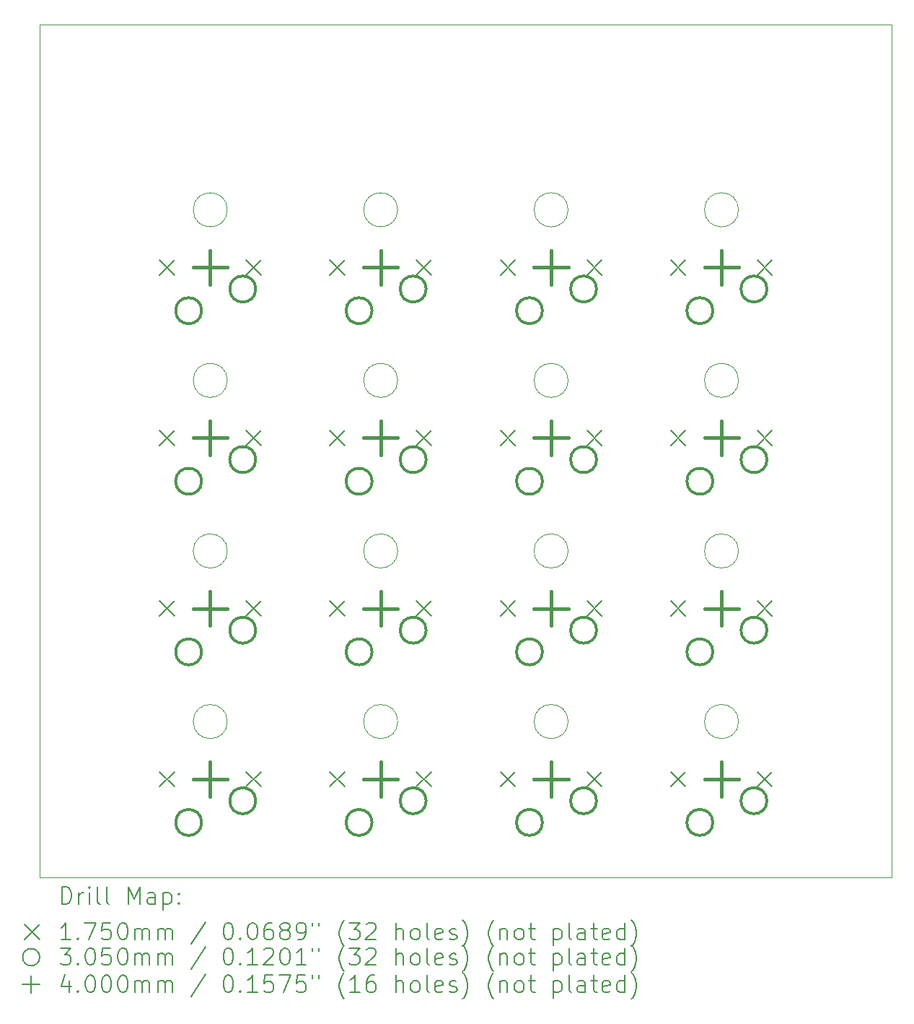
<source format=gbr>
%TF.GenerationSoftware,KiCad,Pcbnew,9.0.2*%
%TF.CreationDate,2025-06-23T15:12:33-04:00*%
%TF.ProjectId,MacroPad,4d616372-6f50-4616-942e-6b696361645f,rev?*%
%TF.SameCoordinates,Original*%
%TF.FileFunction,Drillmap*%
%TF.FilePolarity,Positive*%
%FSLAX45Y45*%
G04 Gerber Fmt 4.5, Leading zero omitted, Abs format (unit mm)*
G04 Created by KiCad (PCBNEW 9.0.2) date 2025-06-23 15:12:33*
%MOMM*%
%LPD*%
G01*
G04 APERTURE LIST*
%ADD10C,0.050000*%
%ADD11C,0.200000*%
%ADD12C,0.175000*%
%ADD13C,0.305000*%
%ADD14C,0.400000*%
G04 APERTURE END LIST*
D10*
X6000000Y-4500000D02*
X16000000Y-4500000D01*
X16000000Y-14500000D01*
X6000000Y-14500000D01*
X6000000Y-4500000D01*
X10200000Y-8675000D02*
G75*
G02*
X9800000Y-8675000I-200000J0D01*
G01*
X9800000Y-8675000D02*
G75*
G02*
X10200000Y-8675000I200000J0D01*
G01*
X10200000Y-6675000D02*
G75*
G02*
X9800000Y-6675000I-200000J0D01*
G01*
X9800000Y-6675000D02*
G75*
G02*
X10200000Y-6675000I200000J0D01*
G01*
X12200000Y-12675000D02*
G75*
G02*
X11800000Y-12675000I-200000J0D01*
G01*
X11800000Y-12675000D02*
G75*
G02*
X12200000Y-12675000I200000J0D01*
G01*
X8200000Y-8675000D02*
G75*
G02*
X7800000Y-8675000I-200000J0D01*
G01*
X7800000Y-8675000D02*
G75*
G02*
X8200000Y-8675000I200000J0D01*
G01*
X14200000Y-8675000D02*
G75*
G02*
X13800000Y-8675000I-200000J0D01*
G01*
X13800000Y-8675000D02*
G75*
G02*
X14200000Y-8675000I200000J0D01*
G01*
X12200000Y-6675000D02*
G75*
G02*
X11800000Y-6675000I-200000J0D01*
G01*
X11800000Y-6675000D02*
G75*
G02*
X12200000Y-6675000I200000J0D01*
G01*
X10200000Y-10675000D02*
G75*
G02*
X9800000Y-10675000I-200000J0D01*
G01*
X9800000Y-10675000D02*
G75*
G02*
X10200000Y-10675000I200000J0D01*
G01*
X8200000Y-12675000D02*
G75*
G02*
X7800000Y-12675000I-200000J0D01*
G01*
X7800000Y-12675000D02*
G75*
G02*
X8200000Y-12675000I200000J0D01*
G01*
X12200000Y-8675000D02*
G75*
G02*
X11800000Y-8675000I-200000J0D01*
G01*
X11800000Y-8675000D02*
G75*
G02*
X12200000Y-8675000I200000J0D01*
G01*
X14200000Y-12675000D02*
G75*
G02*
X13800000Y-12675000I-200000J0D01*
G01*
X13800000Y-12675000D02*
G75*
G02*
X14200000Y-12675000I200000J0D01*
G01*
X14200000Y-10675000D02*
G75*
G02*
X13800000Y-10675000I-200000J0D01*
G01*
X13800000Y-10675000D02*
G75*
G02*
X14200000Y-10675000I200000J0D01*
G01*
X8200000Y-10675000D02*
G75*
G02*
X7800000Y-10675000I-200000J0D01*
G01*
X7800000Y-10675000D02*
G75*
G02*
X8200000Y-10675000I200000J0D01*
G01*
X8200000Y-6675000D02*
G75*
G02*
X7800000Y-6675000I-200000J0D01*
G01*
X7800000Y-6675000D02*
G75*
G02*
X8200000Y-6675000I200000J0D01*
G01*
X10200000Y-12675000D02*
G75*
G02*
X9800000Y-12675000I-200000J0D01*
G01*
X9800000Y-12675000D02*
G75*
G02*
X10200000Y-12675000I200000J0D01*
G01*
X12200000Y-10675000D02*
G75*
G02*
X11800000Y-10675000I-200000J0D01*
G01*
X11800000Y-10675000D02*
G75*
G02*
X12200000Y-10675000I200000J0D01*
G01*
X14200000Y-6675000D02*
G75*
G02*
X13800000Y-6675000I-200000J0D01*
G01*
X13800000Y-6675000D02*
G75*
G02*
X14200000Y-6675000I200000J0D01*
G01*
D11*
D12*
X7404500Y-7262500D02*
X7579500Y-7437500D01*
X7579500Y-7262500D02*
X7404500Y-7437500D01*
X7404500Y-9262500D02*
X7579500Y-9437500D01*
X7579500Y-9262500D02*
X7404500Y-9437500D01*
X7404500Y-11262500D02*
X7579500Y-11437500D01*
X7579500Y-11262500D02*
X7404500Y-11437500D01*
X7404500Y-13262500D02*
X7579500Y-13437500D01*
X7579500Y-13262500D02*
X7404500Y-13437500D01*
X8420500Y-7262500D02*
X8595500Y-7437500D01*
X8595500Y-7262500D02*
X8420500Y-7437500D01*
X8420500Y-9262500D02*
X8595500Y-9437500D01*
X8595500Y-9262500D02*
X8420500Y-9437500D01*
X8420500Y-11262500D02*
X8595500Y-11437500D01*
X8595500Y-11262500D02*
X8420500Y-11437500D01*
X8420500Y-13262500D02*
X8595500Y-13437500D01*
X8595500Y-13262500D02*
X8420500Y-13437500D01*
X9404500Y-7262500D02*
X9579500Y-7437500D01*
X9579500Y-7262500D02*
X9404500Y-7437500D01*
X9404500Y-9262500D02*
X9579500Y-9437500D01*
X9579500Y-9262500D02*
X9404500Y-9437500D01*
X9404500Y-11262500D02*
X9579500Y-11437500D01*
X9579500Y-11262500D02*
X9404500Y-11437500D01*
X9404500Y-13262500D02*
X9579500Y-13437500D01*
X9579500Y-13262500D02*
X9404500Y-13437500D01*
X10420500Y-7262500D02*
X10595500Y-7437500D01*
X10595500Y-7262500D02*
X10420500Y-7437500D01*
X10420500Y-9262500D02*
X10595500Y-9437500D01*
X10595500Y-9262500D02*
X10420500Y-9437500D01*
X10420500Y-11262500D02*
X10595500Y-11437500D01*
X10595500Y-11262500D02*
X10420500Y-11437500D01*
X10420500Y-13262500D02*
X10595500Y-13437500D01*
X10595500Y-13262500D02*
X10420500Y-13437500D01*
X11404500Y-7262500D02*
X11579500Y-7437500D01*
X11579500Y-7262500D02*
X11404500Y-7437500D01*
X11404500Y-9262500D02*
X11579500Y-9437500D01*
X11579500Y-9262500D02*
X11404500Y-9437500D01*
X11404500Y-11262500D02*
X11579500Y-11437500D01*
X11579500Y-11262500D02*
X11404500Y-11437500D01*
X11404500Y-13262500D02*
X11579500Y-13437500D01*
X11579500Y-13262500D02*
X11404500Y-13437500D01*
X12420500Y-7262500D02*
X12595500Y-7437500D01*
X12595500Y-7262500D02*
X12420500Y-7437500D01*
X12420500Y-9262500D02*
X12595500Y-9437500D01*
X12595500Y-9262500D02*
X12420500Y-9437500D01*
X12420500Y-11262500D02*
X12595500Y-11437500D01*
X12595500Y-11262500D02*
X12420500Y-11437500D01*
X12420500Y-13262500D02*
X12595500Y-13437500D01*
X12595500Y-13262500D02*
X12420500Y-13437500D01*
X13404500Y-7262500D02*
X13579500Y-7437500D01*
X13579500Y-7262500D02*
X13404500Y-7437500D01*
X13404500Y-9262500D02*
X13579500Y-9437500D01*
X13579500Y-9262500D02*
X13404500Y-9437500D01*
X13404500Y-11262500D02*
X13579500Y-11437500D01*
X13579500Y-11262500D02*
X13404500Y-11437500D01*
X13404500Y-13262500D02*
X13579500Y-13437500D01*
X13579500Y-13262500D02*
X13404500Y-13437500D01*
X14420500Y-7262500D02*
X14595500Y-7437500D01*
X14595500Y-7262500D02*
X14420500Y-7437500D01*
X14420500Y-9262500D02*
X14595500Y-9437500D01*
X14595500Y-9262500D02*
X14420500Y-9437500D01*
X14420500Y-11262500D02*
X14595500Y-11437500D01*
X14595500Y-11262500D02*
X14420500Y-11437500D01*
X14420500Y-13262500D02*
X14595500Y-13437500D01*
X14595500Y-13262500D02*
X14420500Y-13437500D01*
D13*
X7898500Y-7858000D02*
G75*
G02*
X7593500Y-7858000I-152500J0D01*
G01*
X7593500Y-7858000D02*
G75*
G02*
X7898500Y-7858000I152500J0D01*
G01*
X7898500Y-9858000D02*
G75*
G02*
X7593500Y-9858000I-152500J0D01*
G01*
X7593500Y-9858000D02*
G75*
G02*
X7898500Y-9858000I152500J0D01*
G01*
X7898500Y-11858000D02*
G75*
G02*
X7593500Y-11858000I-152500J0D01*
G01*
X7593500Y-11858000D02*
G75*
G02*
X7898500Y-11858000I152500J0D01*
G01*
X7898500Y-13858000D02*
G75*
G02*
X7593500Y-13858000I-152500J0D01*
G01*
X7593500Y-13858000D02*
G75*
G02*
X7898500Y-13858000I152500J0D01*
G01*
X8533500Y-7604000D02*
G75*
G02*
X8228500Y-7604000I-152500J0D01*
G01*
X8228500Y-7604000D02*
G75*
G02*
X8533500Y-7604000I152500J0D01*
G01*
X8533500Y-9604000D02*
G75*
G02*
X8228500Y-9604000I-152500J0D01*
G01*
X8228500Y-9604000D02*
G75*
G02*
X8533500Y-9604000I152500J0D01*
G01*
X8533500Y-11604000D02*
G75*
G02*
X8228500Y-11604000I-152500J0D01*
G01*
X8228500Y-11604000D02*
G75*
G02*
X8533500Y-11604000I152500J0D01*
G01*
X8533500Y-13604000D02*
G75*
G02*
X8228500Y-13604000I-152500J0D01*
G01*
X8228500Y-13604000D02*
G75*
G02*
X8533500Y-13604000I152500J0D01*
G01*
X9898500Y-7858000D02*
G75*
G02*
X9593500Y-7858000I-152500J0D01*
G01*
X9593500Y-7858000D02*
G75*
G02*
X9898500Y-7858000I152500J0D01*
G01*
X9898500Y-9858000D02*
G75*
G02*
X9593500Y-9858000I-152500J0D01*
G01*
X9593500Y-9858000D02*
G75*
G02*
X9898500Y-9858000I152500J0D01*
G01*
X9898500Y-11858000D02*
G75*
G02*
X9593500Y-11858000I-152500J0D01*
G01*
X9593500Y-11858000D02*
G75*
G02*
X9898500Y-11858000I152500J0D01*
G01*
X9898500Y-13858000D02*
G75*
G02*
X9593500Y-13858000I-152500J0D01*
G01*
X9593500Y-13858000D02*
G75*
G02*
X9898500Y-13858000I152500J0D01*
G01*
X10533500Y-7604000D02*
G75*
G02*
X10228500Y-7604000I-152500J0D01*
G01*
X10228500Y-7604000D02*
G75*
G02*
X10533500Y-7604000I152500J0D01*
G01*
X10533500Y-9604000D02*
G75*
G02*
X10228500Y-9604000I-152500J0D01*
G01*
X10228500Y-9604000D02*
G75*
G02*
X10533500Y-9604000I152500J0D01*
G01*
X10533500Y-11604000D02*
G75*
G02*
X10228500Y-11604000I-152500J0D01*
G01*
X10228500Y-11604000D02*
G75*
G02*
X10533500Y-11604000I152500J0D01*
G01*
X10533500Y-13604000D02*
G75*
G02*
X10228500Y-13604000I-152500J0D01*
G01*
X10228500Y-13604000D02*
G75*
G02*
X10533500Y-13604000I152500J0D01*
G01*
X11898500Y-7858000D02*
G75*
G02*
X11593500Y-7858000I-152500J0D01*
G01*
X11593500Y-7858000D02*
G75*
G02*
X11898500Y-7858000I152500J0D01*
G01*
X11898500Y-9858000D02*
G75*
G02*
X11593500Y-9858000I-152500J0D01*
G01*
X11593500Y-9858000D02*
G75*
G02*
X11898500Y-9858000I152500J0D01*
G01*
X11898500Y-11858000D02*
G75*
G02*
X11593500Y-11858000I-152500J0D01*
G01*
X11593500Y-11858000D02*
G75*
G02*
X11898500Y-11858000I152500J0D01*
G01*
X11898500Y-13858000D02*
G75*
G02*
X11593500Y-13858000I-152500J0D01*
G01*
X11593500Y-13858000D02*
G75*
G02*
X11898500Y-13858000I152500J0D01*
G01*
X12533500Y-7604000D02*
G75*
G02*
X12228500Y-7604000I-152500J0D01*
G01*
X12228500Y-7604000D02*
G75*
G02*
X12533500Y-7604000I152500J0D01*
G01*
X12533500Y-9604000D02*
G75*
G02*
X12228500Y-9604000I-152500J0D01*
G01*
X12228500Y-9604000D02*
G75*
G02*
X12533500Y-9604000I152500J0D01*
G01*
X12533500Y-11604000D02*
G75*
G02*
X12228500Y-11604000I-152500J0D01*
G01*
X12228500Y-11604000D02*
G75*
G02*
X12533500Y-11604000I152500J0D01*
G01*
X12533500Y-13604000D02*
G75*
G02*
X12228500Y-13604000I-152500J0D01*
G01*
X12228500Y-13604000D02*
G75*
G02*
X12533500Y-13604000I152500J0D01*
G01*
X13898500Y-7858000D02*
G75*
G02*
X13593500Y-7858000I-152500J0D01*
G01*
X13593500Y-7858000D02*
G75*
G02*
X13898500Y-7858000I152500J0D01*
G01*
X13898500Y-9858000D02*
G75*
G02*
X13593500Y-9858000I-152500J0D01*
G01*
X13593500Y-9858000D02*
G75*
G02*
X13898500Y-9858000I152500J0D01*
G01*
X13898500Y-11858000D02*
G75*
G02*
X13593500Y-11858000I-152500J0D01*
G01*
X13593500Y-11858000D02*
G75*
G02*
X13898500Y-11858000I152500J0D01*
G01*
X13898500Y-13858000D02*
G75*
G02*
X13593500Y-13858000I-152500J0D01*
G01*
X13593500Y-13858000D02*
G75*
G02*
X13898500Y-13858000I152500J0D01*
G01*
X14533500Y-7604000D02*
G75*
G02*
X14228500Y-7604000I-152500J0D01*
G01*
X14228500Y-7604000D02*
G75*
G02*
X14533500Y-7604000I152500J0D01*
G01*
X14533500Y-9604000D02*
G75*
G02*
X14228500Y-9604000I-152500J0D01*
G01*
X14228500Y-9604000D02*
G75*
G02*
X14533500Y-9604000I152500J0D01*
G01*
X14533500Y-11604000D02*
G75*
G02*
X14228500Y-11604000I-152500J0D01*
G01*
X14228500Y-11604000D02*
G75*
G02*
X14533500Y-11604000I152500J0D01*
G01*
X14533500Y-13604000D02*
G75*
G02*
X14228500Y-13604000I-152500J0D01*
G01*
X14228500Y-13604000D02*
G75*
G02*
X14533500Y-13604000I152500J0D01*
G01*
D14*
X8000000Y-7150000D02*
X8000000Y-7550000D01*
X7800000Y-7350000D02*
X8200000Y-7350000D01*
X8000000Y-9150000D02*
X8000000Y-9550000D01*
X7800000Y-9350000D02*
X8200000Y-9350000D01*
X8000000Y-11150000D02*
X8000000Y-11550000D01*
X7800000Y-11350000D02*
X8200000Y-11350000D01*
X8000000Y-13150000D02*
X8000000Y-13550000D01*
X7800000Y-13350000D02*
X8200000Y-13350000D01*
X10000000Y-7150000D02*
X10000000Y-7550000D01*
X9800000Y-7350000D02*
X10200000Y-7350000D01*
X10000000Y-9150000D02*
X10000000Y-9550000D01*
X9800000Y-9350000D02*
X10200000Y-9350000D01*
X10000000Y-11150000D02*
X10000000Y-11550000D01*
X9800000Y-11350000D02*
X10200000Y-11350000D01*
X10000000Y-13150000D02*
X10000000Y-13550000D01*
X9800000Y-13350000D02*
X10200000Y-13350000D01*
X12000000Y-7150000D02*
X12000000Y-7550000D01*
X11800000Y-7350000D02*
X12200000Y-7350000D01*
X12000000Y-9150000D02*
X12000000Y-9550000D01*
X11800000Y-9350000D02*
X12200000Y-9350000D01*
X12000000Y-11150000D02*
X12000000Y-11550000D01*
X11800000Y-11350000D02*
X12200000Y-11350000D01*
X12000000Y-13150000D02*
X12000000Y-13550000D01*
X11800000Y-13350000D02*
X12200000Y-13350000D01*
X14000000Y-7150000D02*
X14000000Y-7550000D01*
X13800000Y-7350000D02*
X14200000Y-7350000D01*
X14000000Y-9150000D02*
X14000000Y-9550000D01*
X13800000Y-9350000D02*
X14200000Y-9350000D01*
X14000000Y-11150000D02*
X14000000Y-11550000D01*
X13800000Y-11350000D02*
X14200000Y-11350000D01*
X14000000Y-13150000D02*
X14000000Y-13550000D01*
X13800000Y-13350000D02*
X14200000Y-13350000D01*
D11*
X6258277Y-14813984D02*
X6258277Y-14613984D01*
X6258277Y-14613984D02*
X6305896Y-14613984D01*
X6305896Y-14613984D02*
X6334467Y-14623508D01*
X6334467Y-14623508D02*
X6353515Y-14642555D01*
X6353515Y-14642555D02*
X6363039Y-14661603D01*
X6363039Y-14661603D02*
X6372562Y-14699698D01*
X6372562Y-14699698D02*
X6372562Y-14728269D01*
X6372562Y-14728269D02*
X6363039Y-14766365D01*
X6363039Y-14766365D02*
X6353515Y-14785412D01*
X6353515Y-14785412D02*
X6334467Y-14804460D01*
X6334467Y-14804460D02*
X6305896Y-14813984D01*
X6305896Y-14813984D02*
X6258277Y-14813984D01*
X6458277Y-14813984D02*
X6458277Y-14680650D01*
X6458277Y-14718746D02*
X6467801Y-14699698D01*
X6467801Y-14699698D02*
X6477324Y-14690174D01*
X6477324Y-14690174D02*
X6496372Y-14680650D01*
X6496372Y-14680650D02*
X6515420Y-14680650D01*
X6582086Y-14813984D02*
X6582086Y-14680650D01*
X6582086Y-14613984D02*
X6572562Y-14623508D01*
X6572562Y-14623508D02*
X6582086Y-14633031D01*
X6582086Y-14633031D02*
X6591610Y-14623508D01*
X6591610Y-14623508D02*
X6582086Y-14613984D01*
X6582086Y-14613984D02*
X6582086Y-14633031D01*
X6705896Y-14813984D02*
X6686848Y-14804460D01*
X6686848Y-14804460D02*
X6677324Y-14785412D01*
X6677324Y-14785412D02*
X6677324Y-14613984D01*
X6810658Y-14813984D02*
X6791610Y-14804460D01*
X6791610Y-14804460D02*
X6782086Y-14785412D01*
X6782086Y-14785412D02*
X6782086Y-14613984D01*
X7039229Y-14813984D02*
X7039229Y-14613984D01*
X7039229Y-14613984D02*
X7105896Y-14756841D01*
X7105896Y-14756841D02*
X7172562Y-14613984D01*
X7172562Y-14613984D02*
X7172562Y-14813984D01*
X7353515Y-14813984D02*
X7353515Y-14709222D01*
X7353515Y-14709222D02*
X7343991Y-14690174D01*
X7343991Y-14690174D02*
X7324943Y-14680650D01*
X7324943Y-14680650D02*
X7286848Y-14680650D01*
X7286848Y-14680650D02*
X7267801Y-14690174D01*
X7353515Y-14804460D02*
X7334467Y-14813984D01*
X7334467Y-14813984D02*
X7286848Y-14813984D01*
X7286848Y-14813984D02*
X7267801Y-14804460D01*
X7267801Y-14804460D02*
X7258277Y-14785412D01*
X7258277Y-14785412D02*
X7258277Y-14766365D01*
X7258277Y-14766365D02*
X7267801Y-14747317D01*
X7267801Y-14747317D02*
X7286848Y-14737793D01*
X7286848Y-14737793D02*
X7334467Y-14737793D01*
X7334467Y-14737793D02*
X7353515Y-14728269D01*
X7448753Y-14680650D02*
X7448753Y-14880650D01*
X7448753Y-14690174D02*
X7467801Y-14680650D01*
X7467801Y-14680650D02*
X7505896Y-14680650D01*
X7505896Y-14680650D02*
X7524943Y-14690174D01*
X7524943Y-14690174D02*
X7534467Y-14699698D01*
X7534467Y-14699698D02*
X7543991Y-14718746D01*
X7543991Y-14718746D02*
X7543991Y-14775888D01*
X7543991Y-14775888D02*
X7534467Y-14794936D01*
X7534467Y-14794936D02*
X7524943Y-14804460D01*
X7524943Y-14804460D02*
X7505896Y-14813984D01*
X7505896Y-14813984D02*
X7467801Y-14813984D01*
X7467801Y-14813984D02*
X7448753Y-14804460D01*
X7629705Y-14794936D02*
X7639229Y-14804460D01*
X7639229Y-14804460D02*
X7629705Y-14813984D01*
X7629705Y-14813984D02*
X7620182Y-14804460D01*
X7620182Y-14804460D02*
X7629705Y-14794936D01*
X7629705Y-14794936D02*
X7629705Y-14813984D01*
X7629705Y-14690174D02*
X7639229Y-14699698D01*
X7639229Y-14699698D02*
X7629705Y-14709222D01*
X7629705Y-14709222D02*
X7620182Y-14699698D01*
X7620182Y-14699698D02*
X7629705Y-14690174D01*
X7629705Y-14690174D02*
X7629705Y-14709222D01*
D12*
X5822500Y-15055000D02*
X5997500Y-15230000D01*
X5997500Y-15055000D02*
X5822500Y-15230000D01*
D11*
X6363039Y-15233984D02*
X6248753Y-15233984D01*
X6305896Y-15233984D02*
X6305896Y-15033984D01*
X6305896Y-15033984D02*
X6286848Y-15062555D01*
X6286848Y-15062555D02*
X6267801Y-15081603D01*
X6267801Y-15081603D02*
X6248753Y-15091127D01*
X6448753Y-15214936D02*
X6458277Y-15224460D01*
X6458277Y-15224460D02*
X6448753Y-15233984D01*
X6448753Y-15233984D02*
X6439229Y-15224460D01*
X6439229Y-15224460D02*
X6448753Y-15214936D01*
X6448753Y-15214936D02*
X6448753Y-15233984D01*
X6524943Y-15033984D02*
X6658277Y-15033984D01*
X6658277Y-15033984D02*
X6572562Y-15233984D01*
X6829705Y-15033984D02*
X6734467Y-15033984D01*
X6734467Y-15033984D02*
X6724943Y-15129222D01*
X6724943Y-15129222D02*
X6734467Y-15119698D01*
X6734467Y-15119698D02*
X6753515Y-15110174D01*
X6753515Y-15110174D02*
X6801134Y-15110174D01*
X6801134Y-15110174D02*
X6820182Y-15119698D01*
X6820182Y-15119698D02*
X6829705Y-15129222D01*
X6829705Y-15129222D02*
X6839229Y-15148269D01*
X6839229Y-15148269D02*
X6839229Y-15195888D01*
X6839229Y-15195888D02*
X6829705Y-15214936D01*
X6829705Y-15214936D02*
X6820182Y-15224460D01*
X6820182Y-15224460D02*
X6801134Y-15233984D01*
X6801134Y-15233984D02*
X6753515Y-15233984D01*
X6753515Y-15233984D02*
X6734467Y-15224460D01*
X6734467Y-15224460D02*
X6724943Y-15214936D01*
X6963039Y-15033984D02*
X6982086Y-15033984D01*
X6982086Y-15033984D02*
X7001134Y-15043508D01*
X7001134Y-15043508D02*
X7010658Y-15053031D01*
X7010658Y-15053031D02*
X7020182Y-15072079D01*
X7020182Y-15072079D02*
X7029705Y-15110174D01*
X7029705Y-15110174D02*
X7029705Y-15157793D01*
X7029705Y-15157793D02*
X7020182Y-15195888D01*
X7020182Y-15195888D02*
X7010658Y-15214936D01*
X7010658Y-15214936D02*
X7001134Y-15224460D01*
X7001134Y-15224460D02*
X6982086Y-15233984D01*
X6982086Y-15233984D02*
X6963039Y-15233984D01*
X6963039Y-15233984D02*
X6943991Y-15224460D01*
X6943991Y-15224460D02*
X6934467Y-15214936D01*
X6934467Y-15214936D02*
X6924943Y-15195888D01*
X6924943Y-15195888D02*
X6915420Y-15157793D01*
X6915420Y-15157793D02*
X6915420Y-15110174D01*
X6915420Y-15110174D02*
X6924943Y-15072079D01*
X6924943Y-15072079D02*
X6934467Y-15053031D01*
X6934467Y-15053031D02*
X6943991Y-15043508D01*
X6943991Y-15043508D02*
X6963039Y-15033984D01*
X7115420Y-15233984D02*
X7115420Y-15100650D01*
X7115420Y-15119698D02*
X7124943Y-15110174D01*
X7124943Y-15110174D02*
X7143991Y-15100650D01*
X7143991Y-15100650D02*
X7172563Y-15100650D01*
X7172563Y-15100650D02*
X7191610Y-15110174D01*
X7191610Y-15110174D02*
X7201134Y-15129222D01*
X7201134Y-15129222D02*
X7201134Y-15233984D01*
X7201134Y-15129222D02*
X7210658Y-15110174D01*
X7210658Y-15110174D02*
X7229705Y-15100650D01*
X7229705Y-15100650D02*
X7258277Y-15100650D01*
X7258277Y-15100650D02*
X7277324Y-15110174D01*
X7277324Y-15110174D02*
X7286848Y-15129222D01*
X7286848Y-15129222D02*
X7286848Y-15233984D01*
X7382086Y-15233984D02*
X7382086Y-15100650D01*
X7382086Y-15119698D02*
X7391610Y-15110174D01*
X7391610Y-15110174D02*
X7410658Y-15100650D01*
X7410658Y-15100650D02*
X7439229Y-15100650D01*
X7439229Y-15100650D02*
X7458277Y-15110174D01*
X7458277Y-15110174D02*
X7467801Y-15129222D01*
X7467801Y-15129222D02*
X7467801Y-15233984D01*
X7467801Y-15129222D02*
X7477324Y-15110174D01*
X7477324Y-15110174D02*
X7496372Y-15100650D01*
X7496372Y-15100650D02*
X7524943Y-15100650D01*
X7524943Y-15100650D02*
X7543991Y-15110174D01*
X7543991Y-15110174D02*
X7553515Y-15129222D01*
X7553515Y-15129222D02*
X7553515Y-15233984D01*
X7943991Y-15024460D02*
X7772563Y-15281603D01*
X8201134Y-15033984D02*
X8220182Y-15033984D01*
X8220182Y-15033984D02*
X8239229Y-15043508D01*
X8239229Y-15043508D02*
X8248753Y-15053031D01*
X8248753Y-15053031D02*
X8258277Y-15072079D01*
X8258277Y-15072079D02*
X8267801Y-15110174D01*
X8267801Y-15110174D02*
X8267801Y-15157793D01*
X8267801Y-15157793D02*
X8258277Y-15195888D01*
X8258277Y-15195888D02*
X8248753Y-15214936D01*
X8248753Y-15214936D02*
X8239229Y-15224460D01*
X8239229Y-15224460D02*
X8220182Y-15233984D01*
X8220182Y-15233984D02*
X8201134Y-15233984D01*
X8201134Y-15233984D02*
X8182086Y-15224460D01*
X8182086Y-15224460D02*
X8172563Y-15214936D01*
X8172563Y-15214936D02*
X8163039Y-15195888D01*
X8163039Y-15195888D02*
X8153515Y-15157793D01*
X8153515Y-15157793D02*
X8153515Y-15110174D01*
X8153515Y-15110174D02*
X8163039Y-15072079D01*
X8163039Y-15072079D02*
X8172563Y-15053031D01*
X8172563Y-15053031D02*
X8182086Y-15043508D01*
X8182086Y-15043508D02*
X8201134Y-15033984D01*
X8353515Y-15214936D02*
X8363039Y-15224460D01*
X8363039Y-15224460D02*
X8353515Y-15233984D01*
X8353515Y-15233984D02*
X8343991Y-15224460D01*
X8343991Y-15224460D02*
X8353515Y-15214936D01*
X8353515Y-15214936D02*
X8353515Y-15233984D01*
X8486848Y-15033984D02*
X8505896Y-15033984D01*
X8505896Y-15033984D02*
X8524944Y-15043508D01*
X8524944Y-15043508D02*
X8534468Y-15053031D01*
X8534468Y-15053031D02*
X8543991Y-15072079D01*
X8543991Y-15072079D02*
X8553515Y-15110174D01*
X8553515Y-15110174D02*
X8553515Y-15157793D01*
X8553515Y-15157793D02*
X8543991Y-15195888D01*
X8543991Y-15195888D02*
X8534468Y-15214936D01*
X8534468Y-15214936D02*
X8524944Y-15224460D01*
X8524944Y-15224460D02*
X8505896Y-15233984D01*
X8505896Y-15233984D02*
X8486848Y-15233984D01*
X8486848Y-15233984D02*
X8467801Y-15224460D01*
X8467801Y-15224460D02*
X8458277Y-15214936D01*
X8458277Y-15214936D02*
X8448753Y-15195888D01*
X8448753Y-15195888D02*
X8439229Y-15157793D01*
X8439229Y-15157793D02*
X8439229Y-15110174D01*
X8439229Y-15110174D02*
X8448753Y-15072079D01*
X8448753Y-15072079D02*
X8458277Y-15053031D01*
X8458277Y-15053031D02*
X8467801Y-15043508D01*
X8467801Y-15043508D02*
X8486848Y-15033984D01*
X8724944Y-15033984D02*
X8686848Y-15033984D01*
X8686848Y-15033984D02*
X8667801Y-15043508D01*
X8667801Y-15043508D02*
X8658277Y-15053031D01*
X8658277Y-15053031D02*
X8639229Y-15081603D01*
X8639229Y-15081603D02*
X8629706Y-15119698D01*
X8629706Y-15119698D02*
X8629706Y-15195888D01*
X8629706Y-15195888D02*
X8639229Y-15214936D01*
X8639229Y-15214936D02*
X8648753Y-15224460D01*
X8648753Y-15224460D02*
X8667801Y-15233984D01*
X8667801Y-15233984D02*
X8705896Y-15233984D01*
X8705896Y-15233984D02*
X8724944Y-15224460D01*
X8724944Y-15224460D02*
X8734468Y-15214936D01*
X8734468Y-15214936D02*
X8743991Y-15195888D01*
X8743991Y-15195888D02*
X8743991Y-15148269D01*
X8743991Y-15148269D02*
X8734468Y-15129222D01*
X8734468Y-15129222D02*
X8724944Y-15119698D01*
X8724944Y-15119698D02*
X8705896Y-15110174D01*
X8705896Y-15110174D02*
X8667801Y-15110174D01*
X8667801Y-15110174D02*
X8648753Y-15119698D01*
X8648753Y-15119698D02*
X8639229Y-15129222D01*
X8639229Y-15129222D02*
X8629706Y-15148269D01*
X8858277Y-15119698D02*
X8839229Y-15110174D01*
X8839229Y-15110174D02*
X8829706Y-15100650D01*
X8829706Y-15100650D02*
X8820182Y-15081603D01*
X8820182Y-15081603D02*
X8820182Y-15072079D01*
X8820182Y-15072079D02*
X8829706Y-15053031D01*
X8829706Y-15053031D02*
X8839229Y-15043508D01*
X8839229Y-15043508D02*
X8858277Y-15033984D01*
X8858277Y-15033984D02*
X8896372Y-15033984D01*
X8896372Y-15033984D02*
X8915420Y-15043508D01*
X8915420Y-15043508D02*
X8924944Y-15053031D01*
X8924944Y-15053031D02*
X8934468Y-15072079D01*
X8934468Y-15072079D02*
X8934468Y-15081603D01*
X8934468Y-15081603D02*
X8924944Y-15100650D01*
X8924944Y-15100650D02*
X8915420Y-15110174D01*
X8915420Y-15110174D02*
X8896372Y-15119698D01*
X8896372Y-15119698D02*
X8858277Y-15119698D01*
X8858277Y-15119698D02*
X8839229Y-15129222D01*
X8839229Y-15129222D02*
X8829706Y-15138746D01*
X8829706Y-15138746D02*
X8820182Y-15157793D01*
X8820182Y-15157793D02*
X8820182Y-15195888D01*
X8820182Y-15195888D02*
X8829706Y-15214936D01*
X8829706Y-15214936D02*
X8839229Y-15224460D01*
X8839229Y-15224460D02*
X8858277Y-15233984D01*
X8858277Y-15233984D02*
X8896372Y-15233984D01*
X8896372Y-15233984D02*
X8915420Y-15224460D01*
X8915420Y-15224460D02*
X8924944Y-15214936D01*
X8924944Y-15214936D02*
X8934468Y-15195888D01*
X8934468Y-15195888D02*
X8934468Y-15157793D01*
X8934468Y-15157793D02*
X8924944Y-15138746D01*
X8924944Y-15138746D02*
X8915420Y-15129222D01*
X8915420Y-15129222D02*
X8896372Y-15119698D01*
X9029706Y-15233984D02*
X9067801Y-15233984D01*
X9067801Y-15233984D02*
X9086849Y-15224460D01*
X9086849Y-15224460D02*
X9096372Y-15214936D01*
X9096372Y-15214936D02*
X9115420Y-15186365D01*
X9115420Y-15186365D02*
X9124944Y-15148269D01*
X9124944Y-15148269D02*
X9124944Y-15072079D01*
X9124944Y-15072079D02*
X9115420Y-15053031D01*
X9115420Y-15053031D02*
X9105896Y-15043508D01*
X9105896Y-15043508D02*
X9086849Y-15033984D01*
X9086849Y-15033984D02*
X9048753Y-15033984D01*
X9048753Y-15033984D02*
X9029706Y-15043508D01*
X9029706Y-15043508D02*
X9020182Y-15053031D01*
X9020182Y-15053031D02*
X9010658Y-15072079D01*
X9010658Y-15072079D02*
X9010658Y-15119698D01*
X9010658Y-15119698D02*
X9020182Y-15138746D01*
X9020182Y-15138746D02*
X9029706Y-15148269D01*
X9029706Y-15148269D02*
X9048753Y-15157793D01*
X9048753Y-15157793D02*
X9086849Y-15157793D01*
X9086849Y-15157793D02*
X9105896Y-15148269D01*
X9105896Y-15148269D02*
X9115420Y-15138746D01*
X9115420Y-15138746D02*
X9124944Y-15119698D01*
X9201134Y-15033984D02*
X9201134Y-15072079D01*
X9277325Y-15033984D02*
X9277325Y-15072079D01*
X9572563Y-15310174D02*
X9563039Y-15300650D01*
X9563039Y-15300650D02*
X9543991Y-15272079D01*
X9543991Y-15272079D02*
X9534468Y-15253031D01*
X9534468Y-15253031D02*
X9524944Y-15224460D01*
X9524944Y-15224460D02*
X9515420Y-15176841D01*
X9515420Y-15176841D02*
X9515420Y-15138746D01*
X9515420Y-15138746D02*
X9524944Y-15091127D01*
X9524944Y-15091127D02*
X9534468Y-15062555D01*
X9534468Y-15062555D02*
X9543991Y-15043508D01*
X9543991Y-15043508D02*
X9563039Y-15014936D01*
X9563039Y-15014936D02*
X9572563Y-15005412D01*
X9629706Y-15033984D02*
X9753515Y-15033984D01*
X9753515Y-15033984D02*
X9686849Y-15110174D01*
X9686849Y-15110174D02*
X9715420Y-15110174D01*
X9715420Y-15110174D02*
X9734468Y-15119698D01*
X9734468Y-15119698D02*
X9743991Y-15129222D01*
X9743991Y-15129222D02*
X9753515Y-15148269D01*
X9753515Y-15148269D02*
X9753515Y-15195888D01*
X9753515Y-15195888D02*
X9743991Y-15214936D01*
X9743991Y-15214936D02*
X9734468Y-15224460D01*
X9734468Y-15224460D02*
X9715420Y-15233984D01*
X9715420Y-15233984D02*
X9658277Y-15233984D01*
X9658277Y-15233984D02*
X9639230Y-15224460D01*
X9639230Y-15224460D02*
X9629706Y-15214936D01*
X9829706Y-15053031D02*
X9839230Y-15043508D01*
X9839230Y-15043508D02*
X9858277Y-15033984D01*
X9858277Y-15033984D02*
X9905896Y-15033984D01*
X9905896Y-15033984D02*
X9924944Y-15043508D01*
X9924944Y-15043508D02*
X9934468Y-15053031D01*
X9934468Y-15053031D02*
X9943991Y-15072079D01*
X9943991Y-15072079D02*
X9943991Y-15091127D01*
X9943991Y-15091127D02*
X9934468Y-15119698D01*
X9934468Y-15119698D02*
X9820182Y-15233984D01*
X9820182Y-15233984D02*
X9943991Y-15233984D01*
X10182087Y-15233984D02*
X10182087Y-15033984D01*
X10267801Y-15233984D02*
X10267801Y-15129222D01*
X10267801Y-15129222D02*
X10258277Y-15110174D01*
X10258277Y-15110174D02*
X10239230Y-15100650D01*
X10239230Y-15100650D02*
X10210658Y-15100650D01*
X10210658Y-15100650D02*
X10191611Y-15110174D01*
X10191611Y-15110174D02*
X10182087Y-15119698D01*
X10391611Y-15233984D02*
X10372563Y-15224460D01*
X10372563Y-15224460D02*
X10363039Y-15214936D01*
X10363039Y-15214936D02*
X10353515Y-15195888D01*
X10353515Y-15195888D02*
X10353515Y-15138746D01*
X10353515Y-15138746D02*
X10363039Y-15119698D01*
X10363039Y-15119698D02*
X10372563Y-15110174D01*
X10372563Y-15110174D02*
X10391611Y-15100650D01*
X10391611Y-15100650D02*
X10420182Y-15100650D01*
X10420182Y-15100650D02*
X10439230Y-15110174D01*
X10439230Y-15110174D02*
X10448753Y-15119698D01*
X10448753Y-15119698D02*
X10458277Y-15138746D01*
X10458277Y-15138746D02*
X10458277Y-15195888D01*
X10458277Y-15195888D02*
X10448753Y-15214936D01*
X10448753Y-15214936D02*
X10439230Y-15224460D01*
X10439230Y-15224460D02*
X10420182Y-15233984D01*
X10420182Y-15233984D02*
X10391611Y-15233984D01*
X10572563Y-15233984D02*
X10553515Y-15224460D01*
X10553515Y-15224460D02*
X10543992Y-15205412D01*
X10543992Y-15205412D02*
X10543992Y-15033984D01*
X10724944Y-15224460D02*
X10705896Y-15233984D01*
X10705896Y-15233984D02*
X10667801Y-15233984D01*
X10667801Y-15233984D02*
X10648753Y-15224460D01*
X10648753Y-15224460D02*
X10639230Y-15205412D01*
X10639230Y-15205412D02*
X10639230Y-15129222D01*
X10639230Y-15129222D02*
X10648753Y-15110174D01*
X10648753Y-15110174D02*
X10667801Y-15100650D01*
X10667801Y-15100650D02*
X10705896Y-15100650D01*
X10705896Y-15100650D02*
X10724944Y-15110174D01*
X10724944Y-15110174D02*
X10734468Y-15129222D01*
X10734468Y-15129222D02*
X10734468Y-15148269D01*
X10734468Y-15148269D02*
X10639230Y-15167317D01*
X10810658Y-15224460D02*
X10829706Y-15233984D01*
X10829706Y-15233984D02*
X10867801Y-15233984D01*
X10867801Y-15233984D02*
X10886849Y-15224460D01*
X10886849Y-15224460D02*
X10896373Y-15205412D01*
X10896373Y-15205412D02*
X10896373Y-15195888D01*
X10896373Y-15195888D02*
X10886849Y-15176841D01*
X10886849Y-15176841D02*
X10867801Y-15167317D01*
X10867801Y-15167317D02*
X10839230Y-15167317D01*
X10839230Y-15167317D02*
X10820182Y-15157793D01*
X10820182Y-15157793D02*
X10810658Y-15138746D01*
X10810658Y-15138746D02*
X10810658Y-15129222D01*
X10810658Y-15129222D02*
X10820182Y-15110174D01*
X10820182Y-15110174D02*
X10839230Y-15100650D01*
X10839230Y-15100650D02*
X10867801Y-15100650D01*
X10867801Y-15100650D02*
X10886849Y-15110174D01*
X10963039Y-15310174D02*
X10972563Y-15300650D01*
X10972563Y-15300650D02*
X10991611Y-15272079D01*
X10991611Y-15272079D02*
X11001134Y-15253031D01*
X11001134Y-15253031D02*
X11010658Y-15224460D01*
X11010658Y-15224460D02*
X11020182Y-15176841D01*
X11020182Y-15176841D02*
X11020182Y-15138746D01*
X11020182Y-15138746D02*
X11010658Y-15091127D01*
X11010658Y-15091127D02*
X11001134Y-15062555D01*
X11001134Y-15062555D02*
X10991611Y-15043508D01*
X10991611Y-15043508D02*
X10972563Y-15014936D01*
X10972563Y-15014936D02*
X10963039Y-15005412D01*
X11324944Y-15310174D02*
X11315420Y-15300650D01*
X11315420Y-15300650D02*
X11296372Y-15272079D01*
X11296372Y-15272079D02*
X11286849Y-15253031D01*
X11286849Y-15253031D02*
X11277325Y-15224460D01*
X11277325Y-15224460D02*
X11267801Y-15176841D01*
X11267801Y-15176841D02*
X11267801Y-15138746D01*
X11267801Y-15138746D02*
X11277325Y-15091127D01*
X11277325Y-15091127D02*
X11286849Y-15062555D01*
X11286849Y-15062555D02*
X11296372Y-15043508D01*
X11296372Y-15043508D02*
X11315420Y-15014936D01*
X11315420Y-15014936D02*
X11324944Y-15005412D01*
X11401134Y-15100650D02*
X11401134Y-15233984D01*
X11401134Y-15119698D02*
X11410658Y-15110174D01*
X11410658Y-15110174D02*
X11429706Y-15100650D01*
X11429706Y-15100650D02*
X11458277Y-15100650D01*
X11458277Y-15100650D02*
X11477325Y-15110174D01*
X11477325Y-15110174D02*
X11486849Y-15129222D01*
X11486849Y-15129222D02*
X11486849Y-15233984D01*
X11610658Y-15233984D02*
X11591611Y-15224460D01*
X11591611Y-15224460D02*
X11582087Y-15214936D01*
X11582087Y-15214936D02*
X11572563Y-15195888D01*
X11572563Y-15195888D02*
X11572563Y-15138746D01*
X11572563Y-15138746D02*
X11582087Y-15119698D01*
X11582087Y-15119698D02*
X11591611Y-15110174D01*
X11591611Y-15110174D02*
X11610658Y-15100650D01*
X11610658Y-15100650D02*
X11639230Y-15100650D01*
X11639230Y-15100650D02*
X11658277Y-15110174D01*
X11658277Y-15110174D02*
X11667801Y-15119698D01*
X11667801Y-15119698D02*
X11677325Y-15138746D01*
X11677325Y-15138746D02*
X11677325Y-15195888D01*
X11677325Y-15195888D02*
X11667801Y-15214936D01*
X11667801Y-15214936D02*
X11658277Y-15224460D01*
X11658277Y-15224460D02*
X11639230Y-15233984D01*
X11639230Y-15233984D02*
X11610658Y-15233984D01*
X11734468Y-15100650D02*
X11810658Y-15100650D01*
X11763039Y-15033984D02*
X11763039Y-15205412D01*
X11763039Y-15205412D02*
X11772563Y-15224460D01*
X11772563Y-15224460D02*
X11791611Y-15233984D01*
X11791611Y-15233984D02*
X11810658Y-15233984D01*
X12029706Y-15100650D02*
X12029706Y-15300650D01*
X12029706Y-15110174D02*
X12048753Y-15100650D01*
X12048753Y-15100650D02*
X12086849Y-15100650D01*
X12086849Y-15100650D02*
X12105896Y-15110174D01*
X12105896Y-15110174D02*
X12115420Y-15119698D01*
X12115420Y-15119698D02*
X12124944Y-15138746D01*
X12124944Y-15138746D02*
X12124944Y-15195888D01*
X12124944Y-15195888D02*
X12115420Y-15214936D01*
X12115420Y-15214936D02*
X12105896Y-15224460D01*
X12105896Y-15224460D02*
X12086849Y-15233984D01*
X12086849Y-15233984D02*
X12048753Y-15233984D01*
X12048753Y-15233984D02*
X12029706Y-15224460D01*
X12239230Y-15233984D02*
X12220182Y-15224460D01*
X12220182Y-15224460D02*
X12210658Y-15205412D01*
X12210658Y-15205412D02*
X12210658Y-15033984D01*
X12401134Y-15233984D02*
X12401134Y-15129222D01*
X12401134Y-15129222D02*
X12391611Y-15110174D01*
X12391611Y-15110174D02*
X12372563Y-15100650D01*
X12372563Y-15100650D02*
X12334468Y-15100650D01*
X12334468Y-15100650D02*
X12315420Y-15110174D01*
X12401134Y-15224460D02*
X12382087Y-15233984D01*
X12382087Y-15233984D02*
X12334468Y-15233984D01*
X12334468Y-15233984D02*
X12315420Y-15224460D01*
X12315420Y-15224460D02*
X12305896Y-15205412D01*
X12305896Y-15205412D02*
X12305896Y-15186365D01*
X12305896Y-15186365D02*
X12315420Y-15167317D01*
X12315420Y-15167317D02*
X12334468Y-15157793D01*
X12334468Y-15157793D02*
X12382087Y-15157793D01*
X12382087Y-15157793D02*
X12401134Y-15148269D01*
X12467801Y-15100650D02*
X12543992Y-15100650D01*
X12496373Y-15033984D02*
X12496373Y-15205412D01*
X12496373Y-15205412D02*
X12505896Y-15224460D01*
X12505896Y-15224460D02*
X12524944Y-15233984D01*
X12524944Y-15233984D02*
X12543992Y-15233984D01*
X12686849Y-15224460D02*
X12667801Y-15233984D01*
X12667801Y-15233984D02*
X12629706Y-15233984D01*
X12629706Y-15233984D02*
X12610658Y-15224460D01*
X12610658Y-15224460D02*
X12601134Y-15205412D01*
X12601134Y-15205412D02*
X12601134Y-15129222D01*
X12601134Y-15129222D02*
X12610658Y-15110174D01*
X12610658Y-15110174D02*
X12629706Y-15100650D01*
X12629706Y-15100650D02*
X12667801Y-15100650D01*
X12667801Y-15100650D02*
X12686849Y-15110174D01*
X12686849Y-15110174D02*
X12696373Y-15129222D01*
X12696373Y-15129222D02*
X12696373Y-15148269D01*
X12696373Y-15148269D02*
X12601134Y-15167317D01*
X12867801Y-15233984D02*
X12867801Y-15033984D01*
X12867801Y-15224460D02*
X12848754Y-15233984D01*
X12848754Y-15233984D02*
X12810658Y-15233984D01*
X12810658Y-15233984D02*
X12791611Y-15224460D01*
X12791611Y-15224460D02*
X12782087Y-15214936D01*
X12782087Y-15214936D02*
X12772563Y-15195888D01*
X12772563Y-15195888D02*
X12772563Y-15138746D01*
X12772563Y-15138746D02*
X12782087Y-15119698D01*
X12782087Y-15119698D02*
X12791611Y-15110174D01*
X12791611Y-15110174D02*
X12810658Y-15100650D01*
X12810658Y-15100650D02*
X12848754Y-15100650D01*
X12848754Y-15100650D02*
X12867801Y-15110174D01*
X12943992Y-15310174D02*
X12953515Y-15300650D01*
X12953515Y-15300650D02*
X12972563Y-15272079D01*
X12972563Y-15272079D02*
X12982087Y-15253031D01*
X12982087Y-15253031D02*
X12991611Y-15224460D01*
X12991611Y-15224460D02*
X13001134Y-15176841D01*
X13001134Y-15176841D02*
X13001134Y-15138746D01*
X13001134Y-15138746D02*
X12991611Y-15091127D01*
X12991611Y-15091127D02*
X12982087Y-15062555D01*
X12982087Y-15062555D02*
X12972563Y-15043508D01*
X12972563Y-15043508D02*
X12953515Y-15014936D01*
X12953515Y-15014936D02*
X12943992Y-15005412D01*
X5997500Y-15437500D02*
G75*
G02*
X5797500Y-15437500I-100000J0D01*
G01*
X5797500Y-15437500D02*
G75*
G02*
X5997500Y-15437500I100000J0D01*
G01*
X6239229Y-15328984D02*
X6363039Y-15328984D01*
X6363039Y-15328984D02*
X6296372Y-15405174D01*
X6296372Y-15405174D02*
X6324943Y-15405174D01*
X6324943Y-15405174D02*
X6343991Y-15414698D01*
X6343991Y-15414698D02*
X6353515Y-15424222D01*
X6353515Y-15424222D02*
X6363039Y-15443269D01*
X6363039Y-15443269D02*
X6363039Y-15490888D01*
X6363039Y-15490888D02*
X6353515Y-15509936D01*
X6353515Y-15509936D02*
X6343991Y-15519460D01*
X6343991Y-15519460D02*
X6324943Y-15528984D01*
X6324943Y-15528984D02*
X6267801Y-15528984D01*
X6267801Y-15528984D02*
X6248753Y-15519460D01*
X6248753Y-15519460D02*
X6239229Y-15509936D01*
X6448753Y-15509936D02*
X6458277Y-15519460D01*
X6458277Y-15519460D02*
X6448753Y-15528984D01*
X6448753Y-15528984D02*
X6439229Y-15519460D01*
X6439229Y-15519460D02*
X6448753Y-15509936D01*
X6448753Y-15509936D02*
X6448753Y-15528984D01*
X6582086Y-15328984D02*
X6601134Y-15328984D01*
X6601134Y-15328984D02*
X6620182Y-15338508D01*
X6620182Y-15338508D02*
X6629705Y-15348031D01*
X6629705Y-15348031D02*
X6639229Y-15367079D01*
X6639229Y-15367079D02*
X6648753Y-15405174D01*
X6648753Y-15405174D02*
X6648753Y-15452793D01*
X6648753Y-15452793D02*
X6639229Y-15490888D01*
X6639229Y-15490888D02*
X6629705Y-15509936D01*
X6629705Y-15509936D02*
X6620182Y-15519460D01*
X6620182Y-15519460D02*
X6601134Y-15528984D01*
X6601134Y-15528984D02*
X6582086Y-15528984D01*
X6582086Y-15528984D02*
X6563039Y-15519460D01*
X6563039Y-15519460D02*
X6553515Y-15509936D01*
X6553515Y-15509936D02*
X6543991Y-15490888D01*
X6543991Y-15490888D02*
X6534467Y-15452793D01*
X6534467Y-15452793D02*
X6534467Y-15405174D01*
X6534467Y-15405174D02*
X6543991Y-15367079D01*
X6543991Y-15367079D02*
X6553515Y-15348031D01*
X6553515Y-15348031D02*
X6563039Y-15338508D01*
X6563039Y-15338508D02*
X6582086Y-15328984D01*
X6829705Y-15328984D02*
X6734467Y-15328984D01*
X6734467Y-15328984D02*
X6724943Y-15424222D01*
X6724943Y-15424222D02*
X6734467Y-15414698D01*
X6734467Y-15414698D02*
X6753515Y-15405174D01*
X6753515Y-15405174D02*
X6801134Y-15405174D01*
X6801134Y-15405174D02*
X6820182Y-15414698D01*
X6820182Y-15414698D02*
X6829705Y-15424222D01*
X6829705Y-15424222D02*
X6839229Y-15443269D01*
X6839229Y-15443269D02*
X6839229Y-15490888D01*
X6839229Y-15490888D02*
X6829705Y-15509936D01*
X6829705Y-15509936D02*
X6820182Y-15519460D01*
X6820182Y-15519460D02*
X6801134Y-15528984D01*
X6801134Y-15528984D02*
X6753515Y-15528984D01*
X6753515Y-15528984D02*
X6734467Y-15519460D01*
X6734467Y-15519460D02*
X6724943Y-15509936D01*
X6963039Y-15328984D02*
X6982086Y-15328984D01*
X6982086Y-15328984D02*
X7001134Y-15338508D01*
X7001134Y-15338508D02*
X7010658Y-15348031D01*
X7010658Y-15348031D02*
X7020182Y-15367079D01*
X7020182Y-15367079D02*
X7029705Y-15405174D01*
X7029705Y-15405174D02*
X7029705Y-15452793D01*
X7029705Y-15452793D02*
X7020182Y-15490888D01*
X7020182Y-15490888D02*
X7010658Y-15509936D01*
X7010658Y-15509936D02*
X7001134Y-15519460D01*
X7001134Y-15519460D02*
X6982086Y-15528984D01*
X6982086Y-15528984D02*
X6963039Y-15528984D01*
X6963039Y-15528984D02*
X6943991Y-15519460D01*
X6943991Y-15519460D02*
X6934467Y-15509936D01*
X6934467Y-15509936D02*
X6924943Y-15490888D01*
X6924943Y-15490888D02*
X6915420Y-15452793D01*
X6915420Y-15452793D02*
X6915420Y-15405174D01*
X6915420Y-15405174D02*
X6924943Y-15367079D01*
X6924943Y-15367079D02*
X6934467Y-15348031D01*
X6934467Y-15348031D02*
X6943991Y-15338508D01*
X6943991Y-15338508D02*
X6963039Y-15328984D01*
X7115420Y-15528984D02*
X7115420Y-15395650D01*
X7115420Y-15414698D02*
X7124943Y-15405174D01*
X7124943Y-15405174D02*
X7143991Y-15395650D01*
X7143991Y-15395650D02*
X7172563Y-15395650D01*
X7172563Y-15395650D02*
X7191610Y-15405174D01*
X7191610Y-15405174D02*
X7201134Y-15424222D01*
X7201134Y-15424222D02*
X7201134Y-15528984D01*
X7201134Y-15424222D02*
X7210658Y-15405174D01*
X7210658Y-15405174D02*
X7229705Y-15395650D01*
X7229705Y-15395650D02*
X7258277Y-15395650D01*
X7258277Y-15395650D02*
X7277324Y-15405174D01*
X7277324Y-15405174D02*
X7286848Y-15424222D01*
X7286848Y-15424222D02*
X7286848Y-15528984D01*
X7382086Y-15528984D02*
X7382086Y-15395650D01*
X7382086Y-15414698D02*
X7391610Y-15405174D01*
X7391610Y-15405174D02*
X7410658Y-15395650D01*
X7410658Y-15395650D02*
X7439229Y-15395650D01*
X7439229Y-15395650D02*
X7458277Y-15405174D01*
X7458277Y-15405174D02*
X7467801Y-15424222D01*
X7467801Y-15424222D02*
X7467801Y-15528984D01*
X7467801Y-15424222D02*
X7477324Y-15405174D01*
X7477324Y-15405174D02*
X7496372Y-15395650D01*
X7496372Y-15395650D02*
X7524943Y-15395650D01*
X7524943Y-15395650D02*
X7543991Y-15405174D01*
X7543991Y-15405174D02*
X7553515Y-15424222D01*
X7553515Y-15424222D02*
X7553515Y-15528984D01*
X7943991Y-15319460D02*
X7772563Y-15576603D01*
X8201134Y-15328984D02*
X8220182Y-15328984D01*
X8220182Y-15328984D02*
X8239229Y-15338508D01*
X8239229Y-15338508D02*
X8248753Y-15348031D01*
X8248753Y-15348031D02*
X8258277Y-15367079D01*
X8258277Y-15367079D02*
X8267801Y-15405174D01*
X8267801Y-15405174D02*
X8267801Y-15452793D01*
X8267801Y-15452793D02*
X8258277Y-15490888D01*
X8258277Y-15490888D02*
X8248753Y-15509936D01*
X8248753Y-15509936D02*
X8239229Y-15519460D01*
X8239229Y-15519460D02*
X8220182Y-15528984D01*
X8220182Y-15528984D02*
X8201134Y-15528984D01*
X8201134Y-15528984D02*
X8182086Y-15519460D01*
X8182086Y-15519460D02*
X8172563Y-15509936D01*
X8172563Y-15509936D02*
X8163039Y-15490888D01*
X8163039Y-15490888D02*
X8153515Y-15452793D01*
X8153515Y-15452793D02*
X8153515Y-15405174D01*
X8153515Y-15405174D02*
X8163039Y-15367079D01*
X8163039Y-15367079D02*
X8172563Y-15348031D01*
X8172563Y-15348031D02*
X8182086Y-15338508D01*
X8182086Y-15338508D02*
X8201134Y-15328984D01*
X8353515Y-15509936D02*
X8363039Y-15519460D01*
X8363039Y-15519460D02*
X8353515Y-15528984D01*
X8353515Y-15528984D02*
X8343991Y-15519460D01*
X8343991Y-15519460D02*
X8353515Y-15509936D01*
X8353515Y-15509936D02*
X8353515Y-15528984D01*
X8553515Y-15528984D02*
X8439229Y-15528984D01*
X8496372Y-15528984D02*
X8496372Y-15328984D01*
X8496372Y-15328984D02*
X8477325Y-15357555D01*
X8477325Y-15357555D02*
X8458277Y-15376603D01*
X8458277Y-15376603D02*
X8439229Y-15386127D01*
X8629706Y-15348031D02*
X8639229Y-15338508D01*
X8639229Y-15338508D02*
X8658277Y-15328984D01*
X8658277Y-15328984D02*
X8705896Y-15328984D01*
X8705896Y-15328984D02*
X8724944Y-15338508D01*
X8724944Y-15338508D02*
X8734468Y-15348031D01*
X8734468Y-15348031D02*
X8743991Y-15367079D01*
X8743991Y-15367079D02*
X8743991Y-15386127D01*
X8743991Y-15386127D02*
X8734468Y-15414698D01*
X8734468Y-15414698D02*
X8620182Y-15528984D01*
X8620182Y-15528984D02*
X8743991Y-15528984D01*
X8867801Y-15328984D02*
X8886849Y-15328984D01*
X8886849Y-15328984D02*
X8905896Y-15338508D01*
X8905896Y-15338508D02*
X8915420Y-15348031D01*
X8915420Y-15348031D02*
X8924944Y-15367079D01*
X8924944Y-15367079D02*
X8934468Y-15405174D01*
X8934468Y-15405174D02*
X8934468Y-15452793D01*
X8934468Y-15452793D02*
X8924944Y-15490888D01*
X8924944Y-15490888D02*
X8915420Y-15509936D01*
X8915420Y-15509936D02*
X8905896Y-15519460D01*
X8905896Y-15519460D02*
X8886849Y-15528984D01*
X8886849Y-15528984D02*
X8867801Y-15528984D01*
X8867801Y-15528984D02*
X8848753Y-15519460D01*
X8848753Y-15519460D02*
X8839229Y-15509936D01*
X8839229Y-15509936D02*
X8829706Y-15490888D01*
X8829706Y-15490888D02*
X8820182Y-15452793D01*
X8820182Y-15452793D02*
X8820182Y-15405174D01*
X8820182Y-15405174D02*
X8829706Y-15367079D01*
X8829706Y-15367079D02*
X8839229Y-15348031D01*
X8839229Y-15348031D02*
X8848753Y-15338508D01*
X8848753Y-15338508D02*
X8867801Y-15328984D01*
X9124944Y-15528984D02*
X9010658Y-15528984D01*
X9067801Y-15528984D02*
X9067801Y-15328984D01*
X9067801Y-15328984D02*
X9048753Y-15357555D01*
X9048753Y-15357555D02*
X9029706Y-15376603D01*
X9029706Y-15376603D02*
X9010658Y-15386127D01*
X9201134Y-15328984D02*
X9201134Y-15367079D01*
X9277325Y-15328984D02*
X9277325Y-15367079D01*
X9572563Y-15605174D02*
X9563039Y-15595650D01*
X9563039Y-15595650D02*
X9543991Y-15567079D01*
X9543991Y-15567079D02*
X9534468Y-15548031D01*
X9534468Y-15548031D02*
X9524944Y-15519460D01*
X9524944Y-15519460D02*
X9515420Y-15471841D01*
X9515420Y-15471841D02*
X9515420Y-15433746D01*
X9515420Y-15433746D02*
X9524944Y-15386127D01*
X9524944Y-15386127D02*
X9534468Y-15357555D01*
X9534468Y-15357555D02*
X9543991Y-15338508D01*
X9543991Y-15338508D02*
X9563039Y-15309936D01*
X9563039Y-15309936D02*
X9572563Y-15300412D01*
X9629706Y-15328984D02*
X9753515Y-15328984D01*
X9753515Y-15328984D02*
X9686849Y-15405174D01*
X9686849Y-15405174D02*
X9715420Y-15405174D01*
X9715420Y-15405174D02*
X9734468Y-15414698D01*
X9734468Y-15414698D02*
X9743991Y-15424222D01*
X9743991Y-15424222D02*
X9753515Y-15443269D01*
X9753515Y-15443269D02*
X9753515Y-15490888D01*
X9753515Y-15490888D02*
X9743991Y-15509936D01*
X9743991Y-15509936D02*
X9734468Y-15519460D01*
X9734468Y-15519460D02*
X9715420Y-15528984D01*
X9715420Y-15528984D02*
X9658277Y-15528984D01*
X9658277Y-15528984D02*
X9639230Y-15519460D01*
X9639230Y-15519460D02*
X9629706Y-15509936D01*
X9829706Y-15348031D02*
X9839230Y-15338508D01*
X9839230Y-15338508D02*
X9858277Y-15328984D01*
X9858277Y-15328984D02*
X9905896Y-15328984D01*
X9905896Y-15328984D02*
X9924944Y-15338508D01*
X9924944Y-15338508D02*
X9934468Y-15348031D01*
X9934468Y-15348031D02*
X9943991Y-15367079D01*
X9943991Y-15367079D02*
X9943991Y-15386127D01*
X9943991Y-15386127D02*
X9934468Y-15414698D01*
X9934468Y-15414698D02*
X9820182Y-15528984D01*
X9820182Y-15528984D02*
X9943991Y-15528984D01*
X10182087Y-15528984D02*
X10182087Y-15328984D01*
X10267801Y-15528984D02*
X10267801Y-15424222D01*
X10267801Y-15424222D02*
X10258277Y-15405174D01*
X10258277Y-15405174D02*
X10239230Y-15395650D01*
X10239230Y-15395650D02*
X10210658Y-15395650D01*
X10210658Y-15395650D02*
X10191611Y-15405174D01*
X10191611Y-15405174D02*
X10182087Y-15414698D01*
X10391611Y-15528984D02*
X10372563Y-15519460D01*
X10372563Y-15519460D02*
X10363039Y-15509936D01*
X10363039Y-15509936D02*
X10353515Y-15490888D01*
X10353515Y-15490888D02*
X10353515Y-15433746D01*
X10353515Y-15433746D02*
X10363039Y-15414698D01*
X10363039Y-15414698D02*
X10372563Y-15405174D01*
X10372563Y-15405174D02*
X10391611Y-15395650D01*
X10391611Y-15395650D02*
X10420182Y-15395650D01*
X10420182Y-15395650D02*
X10439230Y-15405174D01*
X10439230Y-15405174D02*
X10448753Y-15414698D01*
X10448753Y-15414698D02*
X10458277Y-15433746D01*
X10458277Y-15433746D02*
X10458277Y-15490888D01*
X10458277Y-15490888D02*
X10448753Y-15509936D01*
X10448753Y-15509936D02*
X10439230Y-15519460D01*
X10439230Y-15519460D02*
X10420182Y-15528984D01*
X10420182Y-15528984D02*
X10391611Y-15528984D01*
X10572563Y-15528984D02*
X10553515Y-15519460D01*
X10553515Y-15519460D02*
X10543992Y-15500412D01*
X10543992Y-15500412D02*
X10543992Y-15328984D01*
X10724944Y-15519460D02*
X10705896Y-15528984D01*
X10705896Y-15528984D02*
X10667801Y-15528984D01*
X10667801Y-15528984D02*
X10648753Y-15519460D01*
X10648753Y-15519460D02*
X10639230Y-15500412D01*
X10639230Y-15500412D02*
X10639230Y-15424222D01*
X10639230Y-15424222D02*
X10648753Y-15405174D01*
X10648753Y-15405174D02*
X10667801Y-15395650D01*
X10667801Y-15395650D02*
X10705896Y-15395650D01*
X10705896Y-15395650D02*
X10724944Y-15405174D01*
X10724944Y-15405174D02*
X10734468Y-15424222D01*
X10734468Y-15424222D02*
X10734468Y-15443269D01*
X10734468Y-15443269D02*
X10639230Y-15462317D01*
X10810658Y-15519460D02*
X10829706Y-15528984D01*
X10829706Y-15528984D02*
X10867801Y-15528984D01*
X10867801Y-15528984D02*
X10886849Y-15519460D01*
X10886849Y-15519460D02*
X10896373Y-15500412D01*
X10896373Y-15500412D02*
X10896373Y-15490888D01*
X10896373Y-15490888D02*
X10886849Y-15471841D01*
X10886849Y-15471841D02*
X10867801Y-15462317D01*
X10867801Y-15462317D02*
X10839230Y-15462317D01*
X10839230Y-15462317D02*
X10820182Y-15452793D01*
X10820182Y-15452793D02*
X10810658Y-15433746D01*
X10810658Y-15433746D02*
X10810658Y-15424222D01*
X10810658Y-15424222D02*
X10820182Y-15405174D01*
X10820182Y-15405174D02*
X10839230Y-15395650D01*
X10839230Y-15395650D02*
X10867801Y-15395650D01*
X10867801Y-15395650D02*
X10886849Y-15405174D01*
X10963039Y-15605174D02*
X10972563Y-15595650D01*
X10972563Y-15595650D02*
X10991611Y-15567079D01*
X10991611Y-15567079D02*
X11001134Y-15548031D01*
X11001134Y-15548031D02*
X11010658Y-15519460D01*
X11010658Y-15519460D02*
X11020182Y-15471841D01*
X11020182Y-15471841D02*
X11020182Y-15433746D01*
X11020182Y-15433746D02*
X11010658Y-15386127D01*
X11010658Y-15386127D02*
X11001134Y-15357555D01*
X11001134Y-15357555D02*
X10991611Y-15338508D01*
X10991611Y-15338508D02*
X10972563Y-15309936D01*
X10972563Y-15309936D02*
X10963039Y-15300412D01*
X11324944Y-15605174D02*
X11315420Y-15595650D01*
X11315420Y-15595650D02*
X11296372Y-15567079D01*
X11296372Y-15567079D02*
X11286849Y-15548031D01*
X11286849Y-15548031D02*
X11277325Y-15519460D01*
X11277325Y-15519460D02*
X11267801Y-15471841D01*
X11267801Y-15471841D02*
X11267801Y-15433746D01*
X11267801Y-15433746D02*
X11277325Y-15386127D01*
X11277325Y-15386127D02*
X11286849Y-15357555D01*
X11286849Y-15357555D02*
X11296372Y-15338508D01*
X11296372Y-15338508D02*
X11315420Y-15309936D01*
X11315420Y-15309936D02*
X11324944Y-15300412D01*
X11401134Y-15395650D02*
X11401134Y-15528984D01*
X11401134Y-15414698D02*
X11410658Y-15405174D01*
X11410658Y-15405174D02*
X11429706Y-15395650D01*
X11429706Y-15395650D02*
X11458277Y-15395650D01*
X11458277Y-15395650D02*
X11477325Y-15405174D01*
X11477325Y-15405174D02*
X11486849Y-15424222D01*
X11486849Y-15424222D02*
X11486849Y-15528984D01*
X11610658Y-15528984D02*
X11591611Y-15519460D01*
X11591611Y-15519460D02*
X11582087Y-15509936D01*
X11582087Y-15509936D02*
X11572563Y-15490888D01*
X11572563Y-15490888D02*
X11572563Y-15433746D01*
X11572563Y-15433746D02*
X11582087Y-15414698D01*
X11582087Y-15414698D02*
X11591611Y-15405174D01*
X11591611Y-15405174D02*
X11610658Y-15395650D01*
X11610658Y-15395650D02*
X11639230Y-15395650D01*
X11639230Y-15395650D02*
X11658277Y-15405174D01*
X11658277Y-15405174D02*
X11667801Y-15414698D01*
X11667801Y-15414698D02*
X11677325Y-15433746D01*
X11677325Y-15433746D02*
X11677325Y-15490888D01*
X11677325Y-15490888D02*
X11667801Y-15509936D01*
X11667801Y-15509936D02*
X11658277Y-15519460D01*
X11658277Y-15519460D02*
X11639230Y-15528984D01*
X11639230Y-15528984D02*
X11610658Y-15528984D01*
X11734468Y-15395650D02*
X11810658Y-15395650D01*
X11763039Y-15328984D02*
X11763039Y-15500412D01*
X11763039Y-15500412D02*
X11772563Y-15519460D01*
X11772563Y-15519460D02*
X11791611Y-15528984D01*
X11791611Y-15528984D02*
X11810658Y-15528984D01*
X12029706Y-15395650D02*
X12029706Y-15595650D01*
X12029706Y-15405174D02*
X12048753Y-15395650D01*
X12048753Y-15395650D02*
X12086849Y-15395650D01*
X12086849Y-15395650D02*
X12105896Y-15405174D01*
X12105896Y-15405174D02*
X12115420Y-15414698D01*
X12115420Y-15414698D02*
X12124944Y-15433746D01*
X12124944Y-15433746D02*
X12124944Y-15490888D01*
X12124944Y-15490888D02*
X12115420Y-15509936D01*
X12115420Y-15509936D02*
X12105896Y-15519460D01*
X12105896Y-15519460D02*
X12086849Y-15528984D01*
X12086849Y-15528984D02*
X12048753Y-15528984D01*
X12048753Y-15528984D02*
X12029706Y-15519460D01*
X12239230Y-15528984D02*
X12220182Y-15519460D01*
X12220182Y-15519460D02*
X12210658Y-15500412D01*
X12210658Y-15500412D02*
X12210658Y-15328984D01*
X12401134Y-15528984D02*
X12401134Y-15424222D01*
X12401134Y-15424222D02*
X12391611Y-15405174D01*
X12391611Y-15405174D02*
X12372563Y-15395650D01*
X12372563Y-15395650D02*
X12334468Y-15395650D01*
X12334468Y-15395650D02*
X12315420Y-15405174D01*
X12401134Y-15519460D02*
X12382087Y-15528984D01*
X12382087Y-15528984D02*
X12334468Y-15528984D01*
X12334468Y-15528984D02*
X12315420Y-15519460D01*
X12315420Y-15519460D02*
X12305896Y-15500412D01*
X12305896Y-15500412D02*
X12305896Y-15481365D01*
X12305896Y-15481365D02*
X12315420Y-15462317D01*
X12315420Y-15462317D02*
X12334468Y-15452793D01*
X12334468Y-15452793D02*
X12382087Y-15452793D01*
X12382087Y-15452793D02*
X12401134Y-15443269D01*
X12467801Y-15395650D02*
X12543992Y-15395650D01*
X12496373Y-15328984D02*
X12496373Y-15500412D01*
X12496373Y-15500412D02*
X12505896Y-15519460D01*
X12505896Y-15519460D02*
X12524944Y-15528984D01*
X12524944Y-15528984D02*
X12543992Y-15528984D01*
X12686849Y-15519460D02*
X12667801Y-15528984D01*
X12667801Y-15528984D02*
X12629706Y-15528984D01*
X12629706Y-15528984D02*
X12610658Y-15519460D01*
X12610658Y-15519460D02*
X12601134Y-15500412D01*
X12601134Y-15500412D02*
X12601134Y-15424222D01*
X12601134Y-15424222D02*
X12610658Y-15405174D01*
X12610658Y-15405174D02*
X12629706Y-15395650D01*
X12629706Y-15395650D02*
X12667801Y-15395650D01*
X12667801Y-15395650D02*
X12686849Y-15405174D01*
X12686849Y-15405174D02*
X12696373Y-15424222D01*
X12696373Y-15424222D02*
X12696373Y-15443269D01*
X12696373Y-15443269D02*
X12601134Y-15462317D01*
X12867801Y-15528984D02*
X12867801Y-15328984D01*
X12867801Y-15519460D02*
X12848754Y-15528984D01*
X12848754Y-15528984D02*
X12810658Y-15528984D01*
X12810658Y-15528984D02*
X12791611Y-15519460D01*
X12791611Y-15519460D02*
X12782087Y-15509936D01*
X12782087Y-15509936D02*
X12772563Y-15490888D01*
X12772563Y-15490888D02*
X12772563Y-15433746D01*
X12772563Y-15433746D02*
X12782087Y-15414698D01*
X12782087Y-15414698D02*
X12791611Y-15405174D01*
X12791611Y-15405174D02*
X12810658Y-15395650D01*
X12810658Y-15395650D02*
X12848754Y-15395650D01*
X12848754Y-15395650D02*
X12867801Y-15405174D01*
X12943992Y-15605174D02*
X12953515Y-15595650D01*
X12953515Y-15595650D02*
X12972563Y-15567079D01*
X12972563Y-15567079D02*
X12982087Y-15548031D01*
X12982087Y-15548031D02*
X12991611Y-15519460D01*
X12991611Y-15519460D02*
X13001134Y-15471841D01*
X13001134Y-15471841D02*
X13001134Y-15433746D01*
X13001134Y-15433746D02*
X12991611Y-15386127D01*
X12991611Y-15386127D02*
X12982087Y-15357555D01*
X12982087Y-15357555D02*
X12972563Y-15338508D01*
X12972563Y-15338508D02*
X12953515Y-15309936D01*
X12953515Y-15309936D02*
X12943992Y-15300412D01*
X5897500Y-15657500D02*
X5897500Y-15857500D01*
X5797500Y-15757500D02*
X5997500Y-15757500D01*
X6343991Y-15715650D02*
X6343991Y-15848984D01*
X6296372Y-15639460D02*
X6248753Y-15782317D01*
X6248753Y-15782317D02*
X6372562Y-15782317D01*
X6448753Y-15829936D02*
X6458277Y-15839460D01*
X6458277Y-15839460D02*
X6448753Y-15848984D01*
X6448753Y-15848984D02*
X6439229Y-15839460D01*
X6439229Y-15839460D02*
X6448753Y-15829936D01*
X6448753Y-15829936D02*
X6448753Y-15848984D01*
X6582086Y-15648984D02*
X6601134Y-15648984D01*
X6601134Y-15648984D02*
X6620182Y-15658508D01*
X6620182Y-15658508D02*
X6629705Y-15668031D01*
X6629705Y-15668031D02*
X6639229Y-15687079D01*
X6639229Y-15687079D02*
X6648753Y-15725174D01*
X6648753Y-15725174D02*
X6648753Y-15772793D01*
X6648753Y-15772793D02*
X6639229Y-15810888D01*
X6639229Y-15810888D02*
X6629705Y-15829936D01*
X6629705Y-15829936D02*
X6620182Y-15839460D01*
X6620182Y-15839460D02*
X6601134Y-15848984D01*
X6601134Y-15848984D02*
X6582086Y-15848984D01*
X6582086Y-15848984D02*
X6563039Y-15839460D01*
X6563039Y-15839460D02*
X6553515Y-15829936D01*
X6553515Y-15829936D02*
X6543991Y-15810888D01*
X6543991Y-15810888D02*
X6534467Y-15772793D01*
X6534467Y-15772793D02*
X6534467Y-15725174D01*
X6534467Y-15725174D02*
X6543991Y-15687079D01*
X6543991Y-15687079D02*
X6553515Y-15668031D01*
X6553515Y-15668031D02*
X6563039Y-15658508D01*
X6563039Y-15658508D02*
X6582086Y-15648984D01*
X6772562Y-15648984D02*
X6791610Y-15648984D01*
X6791610Y-15648984D02*
X6810658Y-15658508D01*
X6810658Y-15658508D02*
X6820182Y-15668031D01*
X6820182Y-15668031D02*
X6829705Y-15687079D01*
X6829705Y-15687079D02*
X6839229Y-15725174D01*
X6839229Y-15725174D02*
X6839229Y-15772793D01*
X6839229Y-15772793D02*
X6829705Y-15810888D01*
X6829705Y-15810888D02*
X6820182Y-15829936D01*
X6820182Y-15829936D02*
X6810658Y-15839460D01*
X6810658Y-15839460D02*
X6791610Y-15848984D01*
X6791610Y-15848984D02*
X6772562Y-15848984D01*
X6772562Y-15848984D02*
X6753515Y-15839460D01*
X6753515Y-15839460D02*
X6743991Y-15829936D01*
X6743991Y-15829936D02*
X6734467Y-15810888D01*
X6734467Y-15810888D02*
X6724943Y-15772793D01*
X6724943Y-15772793D02*
X6724943Y-15725174D01*
X6724943Y-15725174D02*
X6734467Y-15687079D01*
X6734467Y-15687079D02*
X6743991Y-15668031D01*
X6743991Y-15668031D02*
X6753515Y-15658508D01*
X6753515Y-15658508D02*
X6772562Y-15648984D01*
X6963039Y-15648984D02*
X6982086Y-15648984D01*
X6982086Y-15648984D02*
X7001134Y-15658508D01*
X7001134Y-15658508D02*
X7010658Y-15668031D01*
X7010658Y-15668031D02*
X7020182Y-15687079D01*
X7020182Y-15687079D02*
X7029705Y-15725174D01*
X7029705Y-15725174D02*
X7029705Y-15772793D01*
X7029705Y-15772793D02*
X7020182Y-15810888D01*
X7020182Y-15810888D02*
X7010658Y-15829936D01*
X7010658Y-15829936D02*
X7001134Y-15839460D01*
X7001134Y-15839460D02*
X6982086Y-15848984D01*
X6982086Y-15848984D02*
X6963039Y-15848984D01*
X6963039Y-15848984D02*
X6943991Y-15839460D01*
X6943991Y-15839460D02*
X6934467Y-15829936D01*
X6934467Y-15829936D02*
X6924943Y-15810888D01*
X6924943Y-15810888D02*
X6915420Y-15772793D01*
X6915420Y-15772793D02*
X6915420Y-15725174D01*
X6915420Y-15725174D02*
X6924943Y-15687079D01*
X6924943Y-15687079D02*
X6934467Y-15668031D01*
X6934467Y-15668031D02*
X6943991Y-15658508D01*
X6943991Y-15658508D02*
X6963039Y-15648984D01*
X7115420Y-15848984D02*
X7115420Y-15715650D01*
X7115420Y-15734698D02*
X7124943Y-15725174D01*
X7124943Y-15725174D02*
X7143991Y-15715650D01*
X7143991Y-15715650D02*
X7172563Y-15715650D01*
X7172563Y-15715650D02*
X7191610Y-15725174D01*
X7191610Y-15725174D02*
X7201134Y-15744222D01*
X7201134Y-15744222D02*
X7201134Y-15848984D01*
X7201134Y-15744222D02*
X7210658Y-15725174D01*
X7210658Y-15725174D02*
X7229705Y-15715650D01*
X7229705Y-15715650D02*
X7258277Y-15715650D01*
X7258277Y-15715650D02*
X7277324Y-15725174D01*
X7277324Y-15725174D02*
X7286848Y-15744222D01*
X7286848Y-15744222D02*
X7286848Y-15848984D01*
X7382086Y-15848984D02*
X7382086Y-15715650D01*
X7382086Y-15734698D02*
X7391610Y-15725174D01*
X7391610Y-15725174D02*
X7410658Y-15715650D01*
X7410658Y-15715650D02*
X7439229Y-15715650D01*
X7439229Y-15715650D02*
X7458277Y-15725174D01*
X7458277Y-15725174D02*
X7467801Y-15744222D01*
X7467801Y-15744222D02*
X7467801Y-15848984D01*
X7467801Y-15744222D02*
X7477324Y-15725174D01*
X7477324Y-15725174D02*
X7496372Y-15715650D01*
X7496372Y-15715650D02*
X7524943Y-15715650D01*
X7524943Y-15715650D02*
X7543991Y-15725174D01*
X7543991Y-15725174D02*
X7553515Y-15744222D01*
X7553515Y-15744222D02*
X7553515Y-15848984D01*
X7943991Y-15639460D02*
X7772563Y-15896603D01*
X8201134Y-15648984D02*
X8220182Y-15648984D01*
X8220182Y-15648984D02*
X8239229Y-15658508D01*
X8239229Y-15658508D02*
X8248753Y-15668031D01*
X8248753Y-15668031D02*
X8258277Y-15687079D01*
X8258277Y-15687079D02*
X8267801Y-15725174D01*
X8267801Y-15725174D02*
X8267801Y-15772793D01*
X8267801Y-15772793D02*
X8258277Y-15810888D01*
X8258277Y-15810888D02*
X8248753Y-15829936D01*
X8248753Y-15829936D02*
X8239229Y-15839460D01*
X8239229Y-15839460D02*
X8220182Y-15848984D01*
X8220182Y-15848984D02*
X8201134Y-15848984D01*
X8201134Y-15848984D02*
X8182086Y-15839460D01*
X8182086Y-15839460D02*
X8172563Y-15829936D01*
X8172563Y-15829936D02*
X8163039Y-15810888D01*
X8163039Y-15810888D02*
X8153515Y-15772793D01*
X8153515Y-15772793D02*
X8153515Y-15725174D01*
X8153515Y-15725174D02*
X8163039Y-15687079D01*
X8163039Y-15687079D02*
X8172563Y-15668031D01*
X8172563Y-15668031D02*
X8182086Y-15658508D01*
X8182086Y-15658508D02*
X8201134Y-15648984D01*
X8353515Y-15829936D02*
X8363039Y-15839460D01*
X8363039Y-15839460D02*
X8353515Y-15848984D01*
X8353515Y-15848984D02*
X8343991Y-15839460D01*
X8343991Y-15839460D02*
X8353515Y-15829936D01*
X8353515Y-15829936D02*
X8353515Y-15848984D01*
X8553515Y-15848984D02*
X8439229Y-15848984D01*
X8496372Y-15848984D02*
X8496372Y-15648984D01*
X8496372Y-15648984D02*
X8477325Y-15677555D01*
X8477325Y-15677555D02*
X8458277Y-15696603D01*
X8458277Y-15696603D02*
X8439229Y-15706127D01*
X8734468Y-15648984D02*
X8639229Y-15648984D01*
X8639229Y-15648984D02*
X8629706Y-15744222D01*
X8629706Y-15744222D02*
X8639229Y-15734698D01*
X8639229Y-15734698D02*
X8658277Y-15725174D01*
X8658277Y-15725174D02*
X8705896Y-15725174D01*
X8705896Y-15725174D02*
X8724944Y-15734698D01*
X8724944Y-15734698D02*
X8734468Y-15744222D01*
X8734468Y-15744222D02*
X8743991Y-15763269D01*
X8743991Y-15763269D02*
X8743991Y-15810888D01*
X8743991Y-15810888D02*
X8734468Y-15829936D01*
X8734468Y-15829936D02*
X8724944Y-15839460D01*
X8724944Y-15839460D02*
X8705896Y-15848984D01*
X8705896Y-15848984D02*
X8658277Y-15848984D01*
X8658277Y-15848984D02*
X8639229Y-15839460D01*
X8639229Y-15839460D02*
X8629706Y-15829936D01*
X8810658Y-15648984D02*
X8943991Y-15648984D01*
X8943991Y-15648984D02*
X8858277Y-15848984D01*
X9115420Y-15648984D02*
X9020182Y-15648984D01*
X9020182Y-15648984D02*
X9010658Y-15744222D01*
X9010658Y-15744222D02*
X9020182Y-15734698D01*
X9020182Y-15734698D02*
X9039229Y-15725174D01*
X9039229Y-15725174D02*
X9086849Y-15725174D01*
X9086849Y-15725174D02*
X9105896Y-15734698D01*
X9105896Y-15734698D02*
X9115420Y-15744222D01*
X9115420Y-15744222D02*
X9124944Y-15763269D01*
X9124944Y-15763269D02*
X9124944Y-15810888D01*
X9124944Y-15810888D02*
X9115420Y-15829936D01*
X9115420Y-15829936D02*
X9105896Y-15839460D01*
X9105896Y-15839460D02*
X9086849Y-15848984D01*
X9086849Y-15848984D02*
X9039229Y-15848984D01*
X9039229Y-15848984D02*
X9020182Y-15839460D01*
X9020182Y-15839460D02*
X9010658Y-15829936D01*
X9201134Y-15648984D02*
X9201134Y-15687079D01*
X9277325Y-15648984D02*
X9277325Y-15687079D01*
X9572563Y-15925174D02*
X9563039Y-15915650D01*
X9563039Y-15915650D02*
X9543991Y-15887079D01*
X9543991Y-15887079D02*
X9534468Y-15868031D01*
X9534468Y-15868031D02*
X9524944Y-15839460D01*
X9524944Y-15839460D02*
X9515420Y-15791841D01*
X9515420Y-15791841D02*
X9515420Y-15753746D01*
X9515420Y-15753746D02*
X9524944Y-15706127D01*
X9524944Y-15706127D02*
X9534468Y-15677555D01*
X9534468Y-15677555D02*
X9543991Y-15658508D01*
X9543991Y-15658508D02*
X9563039Y-15629936D01*
X9563039Y-15629936D02*
X9572563Y-15620412D01*
X9753515Y-15848984D02*
X9639230Y-15848984D01*
X9696372Y-15848984D02*
X9696372Y-15648984D01*
X9696372Y-15648984D02*
X9677325Y-15677555D01*
X9677325Y-15677555D02*
X9658277Y-15696603D01*
X9658277Y-15696603D02*
X9639230Y-15706127D01*
X9924944Y-15648984D02*
X9886849Y-15648984D01*
X9886849Y-15648984D02*
X9867801Y-15658508D01*
X9867801Y-15658508D02*
X9858277Y-15668031D01*
X9858277Y-15668031D02*
X9839230Y-15696603D01*
X9839230Y-15696603D02*
X9829706Y-15734698D01*
X9829706Y-15734698D02*
X9829706Y-15810888D01*
X9829706Y-15810888D02*
X9839230Y-15829936D01*
X9839230Y-15829936D02*
X9848753Y-15839460D01*
X9848753Y-15839460D02*
X9867801Y-15848984D01*
X9867801Y-15848984D02*
X9905896Y-15848984D01*
X9905896Y-15848984D02*
X9924944Y-15839460D01*
X9924944Y-15839460D02*
X9934468Y-15829936D01*
X9934468Y-15829936D02*
X9943991Y-15810888D01*
X9943991Y-15810888D02*
X9943991Y-15763269D01*
X9943991Y-15763269D02*
X9934468Y-15744222D01*
X9934468Y-15744222D02*
X9924944Y-15734698D01*
X9924944Y-15734698D02*
X9905896Y-15725174D01*
X9905896Y-15725174D02*
X9867801Y-15725174D01*
X9867801Y-15725174D02*
X9848753Y-15734698D01*
X9848753Y-15734698D02*
X9839230Y-15744222D01*
X9839230Y-15744222D02*
X9829706Y-15763269D01*
X10182087Y-15848984D02*
X10182087Y-15648984D01*
X10267801Y-15848984D02*
X10267801Y-15744222D01*
X10267801Y-15744222D02*
X10258277Y-15725174D01*
X10258277Y-15725174D02*
X10239230Y-15715650D01*
X10239230Y-15715650D02*
X10210658Y-15715650D01*
X10210658Y-15715650D02*
X10191611Y-15725174D01*
X10191611Y-15725174D02*
X10182087Y-15734698D01*
X10391611Y-15848984D02*
X10372563Y-15839460D01*
X10372563Y-15839460D02*
X10363039Y-15829936D01*
X10363039Y-15829936D02*
X10353515Y-15810888D01*
X10353515Y-15810888D02*
X10353515Y-15753746D01*
X10353515Y-15753746D02*
X10363039Y-15734698D01*
X10363039Y-15734698D02*
X10372563Y-15725174D01*
X10372563Y-15725174D02*
X10391611Y-15715650D01*
X10391611Y-15715650D02*
X10420182Y-15715650D01*
X10420182Y-15715650D02*
X10439230Y-15725174D01*
X10439230Y-15725174D02*
X10448753Y-15734698D01*
X10448753Y-15734698D02*
X10458277Y-15753746D01*
X10458277Y-15753746D02*
X10458277Y-15810888D01*
X10458277Y-15810888D02*
X10448753Y-15829936D01*
X10448753Y-15829936D02*
X10439230Y-15839460D01*
X10439230Y-15839460D02*
X10420182Y-15848984D01*
X10420182Y-15848984D02*
X10391611Y-15848984D01*
X10572563Y-15848984D02*
X10553515Y-15839460D01*
X10553515Y-15839460D02*
X10543992Y-15820412D01*
X10543992Y-15820412D02*
X10543992Y-15648984D01*
X10724944Y-15839460D02*
X10705896Y-15848984D01*
X10705896Y-15848984D02*
X10667801Y-15848984D01*
X10667801Y-15848984D02*
X10648753Y-15839460D01*
X10648753Y-15839460D02*
X10639230Y-15820412D01*
X10639230Y-15820412D02*
X10639230Y-15744222D01*
X10639230Y-15744222D02*
X10648753Y-15725174D01*
X10648753Y-15725174D02*
X10667801Y-15715650D01*
X10667801Y-15715650D02*
X10705896Y-15715650D01*
X10705896Y-15715650D02*
X10724944Y-15725174D01*
X10724944Y-15725174D02*
X10734468Y-15744222D01*
X10734468Y-15744222D02*
X10734468Y-15763269D01*
X10734468Y-15763269D02*
X10639230Y-15782317D01*
X10810658Y-15839460D02*
X10829706Y-15848984D01*
X10829706Y-15848984D02*
X10867801Y-15848984D01*
X10867801Y-15848984D02*
X10886849Y-15839460D01*
X10886849Y-15839460D02*
X10896373Y-15820412D01*
X10896373Y-15820412D02*
X10896373Y-15810888D01*
X10896373Y-15810888D02*
X10886849Y-15791841D01*
X10886849Y-15791841D02*
X10867801Y-15782317D01*
X10867801Y-15782317D02*
X10839230Y-15782317D01*
X10839230Y-15782317D02*
X10820182Y-15772793D01*
X10820182Y-15772793D02*
X10810658Y-15753746D01*
X10810658Y-15753746D02*
X10810658Y-15744222D01*
X10810658Y-15744222D02*
X10820182Y-15725174D01*
X10820182Y-15725174D02*
X10839230Y-15715650D01*
X10839230Y-15715650D02*
X10867801Y-15715650D01*
X10867801Y-15715650D02*
X10886849Y-15725174D01*
X10963039Y-15925174D02*
X10972563Y-15915650D01*
X10972563Y-15915650D02*
X10991611Y-15887079D01*
X10991611Y-15887079D02*
X11001134Y-15868031D01*
X11001134Y-15868031D02*
X11010658Y-15839460D01*
X11010658Y-15839460D02*
X11020182Y-15791841D01*
X11020182Y-15791841D02*
X11020182Y-15753746D01*
X11020182Y-15753746D02*
X11010658Y-15706127D01*
X11010658Y-15706127D02*
X11001134Y-15677555D01*
X11001134Y-15677555D02*
X10991611Y-15658508D01*
X10991611Y-15658508D02*
X10972563Y-15629936D01*
X10972563Y-15629936D02*
X10963039Y-15620412D01*
X11324944Y-15925174D02*
X11315420Y-15915650D01*
X11315420Y-15915650D02*
X11296372Y-15887079D01*
X11296372Y-15887079D02*
X11286849Y-15868031D01*
X11286849Y-15868031D02*
X11277325Y-15839460D01*
X11277325Y-15839460D02*
X11267801Y-15791841D01*
X11267801Y-15791841D02*
X11267801Y-15753746D01*
X11267801Y-15753746D02*
X11277325Y-15706127D01*
X11277325Y-15706127D02*
X11286849Y-15677555D01*
X11286849Y-15677555D02*
X11296372Y-15658508D01*
X11296372Y-15658508D02*
X11315420Y-15629936D01*
X11315420Y-15629936D02*
X11324944Y-15620412D01*
X11401134Y-15715650D02*
X11401134Y-15848984D01*
X11401134Y-15734698D02*
X11410658Y-15725174D01*
X11410658Y-15725174D02*
X11429706Y-15715650D01*
X11429706Y-15715650D02*
X11458277Y-15715650D01*
X11458277Y-15715650D02*
X11477325Y-15725174D01*
X11477325Y-15725174D02*
X11486849Y-15744222D01*
X11486849Y-15744222D02*
X11486849Y-15848984D01*
X11610658Y-15848984D02*
X11591611Y-15839460D01*
X11591611Y-15839460D02*
X11582087Y-15829936D01*
X11582087Y-15829936D02*
X11572563Y-15810888D01*
X11572563Y-15810888D02*
X11572563Y-15753746D01*
X11572563Y-15753746D02*
X11582087Y-15734698D01*
X11582087Y-15734698D02*
X11591611Y-15725174D01*
X11591611Y-15725174D02*
X11610658Y-15715650D01*
X11610658Y-15715650D02*
X11639230Y-15715650D01*
X11639230Y-15715650D02*
X11658277Y-15725174D01*
X11658277Y-15725174D02*
X11667801Y-15734698D01*
X11667801Y-15734698D02*
X11677325Y-15753746D01*
X11677325Y-15753746D02*
X11677325Y-15810888D01*
X11677325Y-15810888D02*
X11667801Y-15829936D01*
X11667801Y-15829936D02*
X11658277Y-15839460D01*
X11658277Y-15839460D02*
X11639230Y-15848984D01*
X11639230Y-15848984D02*
X11610658Y-15848984D01*
X11734468Y-15715650D02*
X11810658Y-15715650D01*
X11763039Y-15648984D02*
X11763039Y-15820412D01*
X11763039Y-15820412D02*
X11772563Y-15839460D01*
X11772563Y-15839460D02*
X11791611Y-15848984D01*
X11791611Y-15848984D02*
X11810658Y-15848984D01*
X12029706Y-15715650D02*
X12029706Y-15915650D01*
X12029706Y-15725174D02*
X12048753Y-15715650D01*
X12048753Y-15715650D02*
X12086849Y-15715650D01*
X12086849Y-15715650D02*
X12105896Y-15725174D01*
X12105896Y-15725174D02*
X12115420Y-15734698D01*
X12115420Y-15734698D02*
X12124944Y-15753746D01*
X12124944Y-15753746D02*
X12124944Y-15810888D01*
X12124944Y-15810888D02*
X12115420Y-15829936D01*
X12115420Y-15829936D02*
X12105896Y-15839460D01*
X12105896Y-15839460D02*
X12086849Y-15848984D01*
X12086849Y-15848984D02*
X12048753Y-15848984D01*
X12048753Y-15848984D02*
X12029706Y-15839460D01*
X12239230Y-15848984D02*
X12220182Y-15839460D01*
X12220182Y-15839460D02*
X12210658Y-15820412D01*
X12210658Y-15820412D02*
X12210658Y-15648984D01*
X12401134Y-15848984D02*
X12401134Y-15744222D01*
X12401134Y-15744222D02*
X12391611Y-15725174D01*
X12391611Y-15725174D02*
X12372563Y-15715650D01*
X12372563Y-15715650D02*
X12334468Y-15715650D01*
X12334468Y-15715650D02*
X12315420Y-15725174D01*
X12401134Y-15839460D02*
X12382087Y-15848984D01*
X12382087Y-15848984D02*
X12334468Y-15848984D01*
X12334468Y-15848984D02*
X12315420Y-15839460D01*
X12315420Y-15839460D02*
X12305896Y-15820412D01*
X12305896Y-15820412D02*
X12305896Y-15801365D01*
X12305896Y-15801365D02*
X12315420Y-15782317D01*
X12315420Y-15782317D02*
X12334468Y-15772793D01*
X12334468Y-15772793D02*
X12382087Y-15772793D01*
X12382087Y-15772793D02*
X12401134Y-15763269D01*
X12467801Y-15715650D02*
X12543992Y-15715650D01*
X12496373Y-15648984D02*
X12496373Y-15820412D01*
X12496373Y-15820412D02*
X12505896Y-15839460D01*
X12505896Y-15839460D02*
X12524944Y-15848984D01*
X12524944Y-15848984D02*
X12543992Y-15848984D01*
X12686849Y-15839460D02*
X12667801Y-15848984D01*
X12667801Y-15848984D02*
X12629706Y-15848984D01*
X12629706Y-15848984D02*
X12610658Y-15839460D01*
X12610658Y-15839460D02*
X12601134Y-15820412D01*
X12601134Y-15820412D02*
X12601134Y-15744222D01*
X12601134Y-15744222D02*
X12610658Y-15725174D01*
X12610658Y-15725174D02*
X12629706Y-15715650D01*
X12629706Y-15715650D02*
X12667801Y-15715650D01*
X12667801Y-15715650D02*
X12686849Y-15725174D01*
X12686849Y-15725174D02*
X12696373Y-15744222D01*
X12696373Y-15744222D02*
X12696373Y-15763269D01*
X12696373Y-15763269D02*
X12601134Y-15782317D01*
X12867801Y-15848984D02*
X12867801Y-15648984D01*
X12867801Y-15839460D02*
X12848754Y-15848984D01*
X12848754Y-15848984D02*
X12810658Y-15848984D01*
X12810658Y-15848984D02*
X12791611Y-15839460D01*
X12791611Y-15839460D02*
X12782087Y-15829936D01*
X12782087Y-15829936D02*
X12772563Y-15810888D01*
X12772563Y-15810888D02*
X12772563Y-15753746D01*
X12772563Y-15753746D02*
X12782087Y-15734698D01*
X12782087Y-15734698D02*
X12791611Y-15725174D01*
X12791611Y-15725174D02*
X12810658Y-15715650D01*
X12810658Y-15715650D02*
X12848754Y-15715650D01*
X12848754Y-15715650D02*
X12867801Y-15725174D01*
X12943992Y-15925174D02*
X12953515Y-15915650D01*
X12953515Y-15915650D02*
X12972563Y-15887079D01*
X12972563Y-15887079D02*
X12982087Y-15868031D01*
X12982087Y-15868031D02*
X12991611Y-15839460D01*
X12991611Y-15839460D02*
X13001134Y-15791841D01*
X13001134Y-15791841D02*
X13001134Y-15753746D01*
X13001134Y-15753746D02*
X12991611Y-15706127D01*
X12991611Y-15706127D02*
X12982087Y-15677555D01*
X12982087Y-15677555D02*
X12972563Y-15658508D01*
X12972563Y-15658508D02*
X12953515Y-15629936D01*
X12953515Y-15629936D02*
X12943992Y-15620412D01*
M02*

</source>
